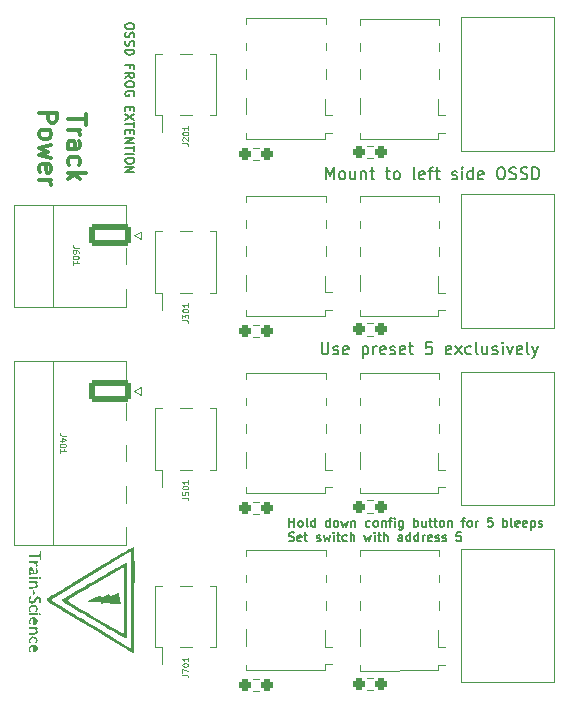
<source format=gbr>
%TF.GenerationSoftware,KiCad,Pcbnew,8.0.8*%
%TF.CreationDate,2025-02-08T13:09:18+01:00*%
%TF.ProjectId,Mk2-relayExtension,4d6b322d-7265-46c6-9179-457874656e73,rev?*%
%TF.SameCoordinates,Original*%
%TF.FileFunction,Legend,Top*%
%TF.FilePolarity,Positive*%
%FSLAX46Y46*%
G04 Gerber Fmt 4.6, Leading zero omitted, Abs format (unit mm)*
G04 Created by KiCad (PCBNEW 8.0.8) date 2025-02-08 13:09:18*
%MOMM*%
%LPD*%
G01*
G04 APERTURE LIST*
G04 Aperture macros list*
%AMRoundRect*
0 Rectangle with rounded corners*
0 $1 Rounding radius*
0 $2 $3 $4 $5 $6 $7 $8 $9 X,Y pos of 4 corners*
0 Add a 4 corners polygon primitive as box body*
4,1,4,$2,$3,$4,$5,$6,$7,$8,$9,$2,$3,0*
0 Add four circle primitives for the rounded corners*
1,1,$1+$1,$2,$3*
1,1,$1+$1,$4,$5*
1,1,$1+$1,$6,$7*
1,1,$1+$1,$8,$9*
0 Add four rect primitives between the rounded corners*
20,1,$1+$1,$2,$3,$4,$5,0*
20,1,$1+$1,$4,$5,$6,$7,0*
20,1,$1+$1,$6,$7,$8,$9,0*
20,1,$1+$1,$8,$9,$2,$3,0*%
G04 Aperture macros list end*
%ADD10C,0.150000*%
%ADD11C,0.300000*%
%ADD12C,0.075000*%
%ADD13C,0.000000*%
%ADD14C,0.120000*%
%ADD15C,0.100000*%
%ADD16R,1.800000X0.800000*%
%ADD17C,2.200000*%
%ADD18RoundRect,0.237500X-0.250000X-0.237500X0.250000X-0.237500X0.250000X0.237500X-0.250000X0.237500X0*%
%ADD19R,1.000000X3.150000*%
%ADD20RoundRect,0.250000X-1.550000X0.650000X-1.550000X-0.650000X1.550000X-0.650000X1.550000X0.650000X0*%
%ADD21O,3.600000X1.800000*%
%ADD22C,3.200000*%
G04 APERTURE END LIST*
D10*
X220114255Y-120993956D02*
X220114255Y-120243956D01*
X220114255Y-120601099D02*
X220542826Y-120601099D01*
X220542826Y-120993956D02*
X220542826Y-120243956D01*
X221007112Y-120993956D02*
X220935683Y-120958242D01*
X220935683Y-120958242D02*
X220899969Y-120922527D01*
X220899969Y-120922527D02*
X220864255Y-120851099D01*
X220864255Y-120851099D02*
X220864255Y-120636813D01*
X220864255Y-120636813D02*
X220899969Y-120565384D01*
X220899969Y-120565384D02*
X220935683Y-120529670D01*
X220935683Y-120529670D02*
X221007112Y-120493956D01*
X221007112Y-120493956D02*
X221114255Y-120493956D01*
X221114255Y-120493956D02*
X221185683Y-120529670D01*
X221185683Y-120529670D02*
X221221398Y-120565384D01*
X221221398Y-120565384D02*
X221257112Y-120636813D01*
X221257112Y-120636813D02*
X221257112Y-120851099D01*
X221257112Y-120851099D02*
X221221398Y-120922527D01*
X221221398Y-120922527D02*
X221185683Y-120958242D01*
X221185683Y-120958242D02*
X221114255Y-120993956D01*
X221114255Y-120993956D02*
X221007112Y-120993956D01*
X221685683Y-120993956D02*
X221614254Y-120958242D01*
X221614254Y-120958242D02*
X221578540Y-120886813D01*
X221578540Y-120886813D02*
X221578540Y-120243956D01*
X222292826Y-120993956D02*
X222292826Y-120243956D01*
X222292826Y-120958242D02*
X222221397Y-120993956D01*
X222221397Y-120993956D02*
X222078540Y-120993956D01*
X222078540Y-120993956D02*
X222007111Y-120958242D01*
X222007111Y-120958242D02*
X221971397Y-120922527D01*
X221971397Y-120922527D02*
X221935683Y-120851099D01*
X221935683Y-120851099D02*
X221935683Y-120636813D01*
X221935683Y-120636813D02*
X221971397Y-120565384D01*
X221971397Y-120565384D02*
X222007111Y-120529670D01*
X222007111Y-120529670D02*
X222078540Y-120493956D01*
X222078540Y-120493956D02*
X222221397Y-120493956D01*
X222221397Y-120493956D02*
X222292826Y-120529670D01*
X223542826Y-120993956D02*
X223542826Y-120243956D01*
X223542826Y-120958242D02*
X223471397Y-120993956D01*
X223471397Y-120993956D02*
X223328540Y-120993956D01*
X223328540Y-120993956D02*
X223257111Y-120958242D01*
X223257111Y-120958242D02*
X223221397Y-120922527D01*
X223221397Y-120922527D02*
X223185683Y-120851099D01*
X223185683Y-120851099D02*
X223185683Y-120636813D01*
X223185683Y-120636813D02*
X223221397Y-120565384D01*
X223221397Y-120565384D02*
X223257111Y-120529670D01*
X223257111Y-120529670D02*
X223328540Y-120493956D01*
X223328540Y-120493956D02*
X223471397Y-120493956D01*
X223471397Y-120493956D02*
X223542826Y-120529670D01*
X224007111Y-120993956D02*
X223935682Y-120958242D01*
X223935682Y-120958242D02*
X223899968Y-120922527D01*
X223899968Y-120922527D02*
X223864254Y-120851099D01*
X223864254Y-120851099D02*
X223864254Y-120636813D01*
X223864254Y-120636813D02*
X223899968Y-120565384D01*
X223899968Y-120565384D02*
X223935682Y-120529670D01*
X223935682Y-120529670D02*
X224007111Y-120493956D01*
X224007111Y-120493956D02*
X224114254Y-120493956D01*
X224114254Y-120493956D02*
X224185682Y-120529670D01*
X224185682Y-120529670D02*
X224221397Y-120565384D01*
X224221397Y-120565384D02*
X224257111Y-120636813D01*
X224257111Y-120636813D02*
X224257111Y-120851099D01*
X224257111Y-120851099D02*
X224221397Y-120922527D01*
X224221397Y-120922527D02*
X224185682Y-120958242D01*
X224185682Y-120958242D02*
X224114254Y-120993956D01*
X224114254Y-120993956D02*
X224007111Y-120993956D01*
X224507110Y-120493956D02*
X224649968Y-120993956D01*
X224649968Y-120993956D02*
X224792825Y-120636813D01*
X224792825Y-120636813D02*
X224935682Y-120993956D01*
X224935682Y-120993956D02*
X225078539Y-120493956D01*
X225364253Y-120493956D02*
X225364253Y-120993956D01*
X225364253Y-120565384D02*
X225399967Y-120529670D01*
X225399967Y-120529670D02*
X225471396Y-120493956D01*
X225471396Y-120493956D02*
X225578539Y-120493956D01*
X225578539Y-120493956D02*
X225649967Y-120529670D01*
X225649967Y-120529670D02*
X225685682Y-120601099D01*
X225685682Y-120601099D02*
X225685682Y-120993956D01*
X226935682Y-120958242D02*
X226864253Y-120993956D01*
X226864253Y-120993956D02*
X226721396Y-120993956D01*
X226721396Y-120993956D02*
X226649967Y-120958242D01*
X226649967Y-120958242D02*
X226614253Y-120922527D01*
X226614253Y-120922527D02*
X226578539Y-120851099D01*
X226578539Y-120851099D02*
X226578539Y-120636813D01*
X226578539Y-120636813D02*
X226614253Y-120565384D01*
X226614253Y-120565384D02*
X226649967Y-120529670D01*
X226649967Y-120529670D02*
X226721396Y-120493956D01*
X226721396Y-120493956D02*
X226864253Y-120493956D01*
X226864253Y-120493956D02*
X226935682Y-120529670D01*
X227364253Y-120993956D02*
X227292824Y-120958242D01*
X227292824Y-120958242D02*
X227257110Y-120922527D01*
X227257110Y-120922527D02*
X227221396Y-120851099D01*
X227221396Y-120851099D02*
X227221396Y-120636813D01*
X227221396Y-120636813D02*
X227257110Y-120565384D01*
X227257110Y-120565384D02*
X227292824Y-120529670D01*
X227292824Y-120529670D02*
X227364253Y-120493956D01*
X227364253Y-120493956D02*
X227471396Y-120493956D01*
X227471396Y-120493956D02*
X227542824Y-120529670D01*
X227542824Y-120529670D02*
X227578539Y-120565384D01*
X227578539Y-120565384D02*
X227614253Y-120636813D01*
X227614253Y-120636813D02*
X227614253Y-120851099D01*
X227614253Y-120851099D02*
X227578539Y-120922527D01*
X227578539Y-120922527D02*
X227542824Y-120958242D01*
X227542824Y-120958242D02*
X227471396Y-120993956D01*
X227471396Y-120993956D02*
X227364253Y-120993956D01*
X227935681Y-120493956D02*
X227935681Y-120993956D01*
X227935681Y-120565384D02*
X227971395Y-120529670D01*
X227971395Y-120529670D02*
X228042824Y-120493956D01*
X228042824Y-120493956D02*
X228149967Y-120493956D01*
X228149967Y-120493956D02*
X228221395Y-120529670D01*
X228221395Y-120529670D02*
X228257110Y-120601099D01*
X228257110Y-120601099D02*
X228257110Y-120993956D01*
X228507109Y-120493956D02*
X228792823Y-120493956D01*
X228614252Y-120993956D02*
X228614252Y-120351099D01*
X228614252Y-120351099D02*
X228649966Y-120279670D01*
X228649966Y-120279670D02*
X228721395Y-120243956D01*
X228721395Y-120243956D02*
X228792823Y-120243956D01*
X229042823Y-120993956D02*
X229042823Y-120493956D01*
X229042823Y-120243956D02*
X229007109Y-120279670D01*
X229007109Y-120279670D02*
X229042823Y-120315384D01*
X229042823Y-120315384D02*
X229078537Y-120279670D01*
X229078537Y-120279670D02*
X229042823Y-120243956D01*
X229042823Y-120243956D02*
X229042823Y-120315384D01*
X229721395Y-120493956D02*
X229721395Y-121101099D01*
X229721395Y-121101099D02*
X229685680Y-121172527D01*
X229685680Y-121172527D02*
X229649966Y-121208242D01*
X229649966Y-121208242D02*
X229578537Y-121243956D01*
X229578537Y-121243956D02*
X229471395Y-121243956D01*
X229471395Y-121243956D02*
X229399966Y-121208242D01*
X229721395Y-120958242D02*
X229649966Y-120993956D01*
X229649966Y-120993956D02*
X229507109Y-120993956D01*
X229507109Y-120993956D02*
X229435680Y-120958242D01*
X229435680Y-120958242D02*
X229399966Y-120922527D01*
X229399966Y-120922527D02*
X229364252Y-120851099D01*
X229364252Y-120851099D02*
X229364252Y-120636813D01*
X229364252Y-120636813D02*
X229399966Y-120565384D01*
X229399966Y-120565384D02*
X229435680Y-120529670D01*
X229435680Y-120529670D02*
X229507109Y-120493956D01*
X229507109Y-120493956D02*
X229649966Y-120493956D01*
X229649966Y-120493956D02*
X229721395Y-120529670D01*
X230649966Y-120993956D02*
X230649966Y-120243956D01*
X230649966Y-120529670D02*
X230721395Y-120493956D01*
X230721395Y-120493956D02*
X230864252Y-120493956D01*
X230864252Y-120493956D02*
X230935680Y-120529670D01*
X230935680Y-120529670D02*
X230971395Y-120565384D01*
X230971395Y-120565384D02*
X231007109Y-120636813D01*
X231007109Y-120636813D02*
X231007109Y-120851099D01*
X231007109Y-120851099D02*
X230971395Y-120922527D01*
X230971395Y-120922527D02*
X230935680Y-120958242D01*
X230935680Y-120958242D02*
X230864252Y-120993956D01*
X230864252Y-120993956D02*
X230721395Y-120993956D01*
X230721395Y-120993956D02*
X230649966Y-120958242D01*
X231649966Y-120493956D02*
X231649966Y-120993956D01*
X231328537Y-120493956D02*
X231328537Y-120886813D01*
X231328537Y-120886813D02*
X231364251Y-120958242D01*
X231364251Y-120958242D02*
X231435680Y-120993956D01*
X231435680Y-120993956D02*
X231542823Y-120993956D01*
X231542823Y-120993956D02*
X231614251Y-120958242D01*
X231614251Y-120958242D02*
X231649966Y-120922527D01*
X231899965Y-120493956D02*
X232185679Y-120493956D01*
X232007108Y-120243956D02*
X232007108Y-120886813D01*
X232007108Y-120886813D02*
X232042822Y-120958242D01*
X232042822Y-120958242D02*
X232114251Y-120993956D01*
X232114251Y-120993956D02*
X232185679Y-120993956D01*
X232328536Y-120493956D02*
X232614250Y-120493956D01*
X232435679Y-120243956D02*
X232435679Y-120886813D01*
X232435679Y-120886813D02*
X232471393Y-120958242D01*
X232471393Y-120958242D02*
X232542822Y-120993956D01*
X232542822Y-120993956D02*
X232614250Y-120993956D01*
X232971393Y-120993956D02*
X232899964Y-120958242D01*
X232899964Y-120958242D02*
X232864250Y-120922527D01*
X232864250Y-120922527D02*
X232828536Y-120851099D01*
X232828536Y-120851099D02*
X232828536Y-120636813D01*
X232828536Y-120636813D02*
X232864250Y-120565384D01*
X232864250Y-120565384D02*
X232899964Y-120529670D01*
X232899964Y-120529670D02*
X232971393Y-120493956D01*
X232971393Y-120493956D02*
X233078536Y-120493956D01*
X233078536Y-120493956D02*
X233149964Y-120529670D01*
X233149964Y-120529670D02*
X233185679Y-120565384D01*
X233185679Y-120565384D02*
X233221393Y-120636813D01*
X233221393Y-120636813D02*
X233221393Y-120851099D01*
X233221393Y-120851099D02*
X233185679Y-120922527D01*
X233185679Y-120922527D02*
X233149964Y-120958242D01*
X233149964Y-120958242D02*
X233078536Y-120993956D01*
X233078536Y-120993956D02*
X232971393Y-120993956D01*
X233542821Y-120493956D02*
X233542821Y-120993956D01*
X233542821Y-120565384D02*
X233578535Y-120529670D01*
X233578535Y-120529670D02*
X233649964Y-120493956D01*
X233649964Y-120493956D02*
X233757107Y-120493956D01*
X233757107Y-120493956D02*
X233828535Y-120529670D01*
X233828535Y-120529670D02*
X233864250Y-120601099D01*
X233864250Y-120601099D02*
X233864250Y-120993956D01*
X234685678Y-120493956D02*
X234971392Y-120493956D01*
X234792821Y-120993956D02*
X234792821Y-120351099D01*
X234792821Y-120351099D02*
X234828535Y-120279670D01*
X234828535Y-120279670D02*
X234899964Y-120243956D01*
X234899964Y-120243956D02*
X234971392Y-120243956D01*
X235328535Y-120993956D02*
X235257106Y-120958242D01*
X235257106Y-120958242D02*
X235221392Y-120922527D01*
X235221392Y-120922527D02*
X235185678Y-120851099D01*
X235185678Y-120851099D02*
X235185678Y-120636813D01*
X235185678Y-120636813D02*
X235221392Y-120565384D01*
X235221392Y-120565384D02*
X235257106Y-120529670D01*
X235257106Y-120529670D02*
X235328535Y-120493956D01*
X235328535Y-120493956D02*
X235435678Y-120493956D01*
X235435678Y-120493956D02*
X235507106Y-120529670D01*
X235507106Y-120529670D02*
X235542821Y-120565384D01*
X235542821Y-120565384D02*
X235578535Y-120636813D01*
X235578535Y-120636813D02*
X235578535Y-120851099D01*
X235578535Y-120851099D02*
X235542821Y-120922527D01*
X235542821Y-120922527D02*
X235507106Y-120958242D01*
X235507106Y-120958242D02*
X235435678Y-120993956D01*
X235435678Y-120993956D02*
X235328535Y-120993956D01*
X235899963Y-120993956D02*
X235899963Y-120493956D01*
X235899963Y-120636813D02*
X235935677Y-120565384D01*
X235935677Y-120565384D02*
X235971392Y-120529670D01*
X235971392Y-120529670D02*
X236042820Y-120493956D01*
X236042820Y-120493956D02*
X236114249Y-120493956D01*
X237292821Y-120243956D02*
X236935678Y-120243956D01*
X236935678Y-120243956D02*
X236899964Y-120601099D01*
X236899964Y-120601099D02*
X236935678Y-120565384D01*
X236935678Y-120565384D02*
X237007107Y-120529670D01*
X237007107Y-120529670D02*
X237185678Y-120529670D01*
X237185678Y-120529670D02*
X237257107Y-120565384D01*
X237257107Y-120565384D02*
X237292821Y-120601099D01*
X237292821Y-120601099D02*
X237328535Y-120672527D01*
X237328535Y-120672527D02*
X237328535Y-120851099D01*
X237328535Y-120851099D02*
X237292821Y-120922527D01*
X237292821Y-120922527D02*
X237257107Y-120958242D01*
X237257107Y-120958242D02*
X237185678Y-120993956D01*
X237185678Y-120993956D02*
X237007107Y-120993956D01*
X237007107Y-120993956D02*
X236935678Y-120958242D01*
X236935678Y-120958242D02*
X236899964Y-120922527D01*
X238221393Y-120993956D02*
X238221393Y-120243956D01*
X238221393Y-120529670D02*
X238292822Y-120493956D01*
X238292822Y-120493956D02*
X238435679Y-120493956D01*
X238435679Y-120493956D02*
X238507107Y-120529670D01*
X238507107Y-120529670D02*
X238542822Y-120565384D01*
X238542822Y-120565384D02*
X238578536Y-120636813D01*
X238578536Y-120636813D02*
X238578536Y-120851099D01*
X238578536Y-120851099D02*
X238542822Y-120922527D01*
X238542822Y-120922527D02*
X238507107Y-120958242D01*
X238507107Y-120958242D02*
X238435679Y-120993956D01*
X238435679Y-120993956D02*
X238292822Y-120993956D01*
X238292822Y-120993956D02*
X238221393Y-120958242D01*
X239007107Y-120993956D02*
X238935678Y-120958242D01*
X238935678Y-120958242D02*
X238899964Y-120886813D01*
X238899964Y-120886813D02*
X238899964Y-120243956D01*
X239578535Y-120958242D02*
X239507107Y-120993956D01*
X239507107Y-120993956D02*
X239364250Y-120993956D01*
X239364250Y-120993956D02*
X239292821Y-120958242D01*
X239292821Y-120958242D02*
X239257107Y-120886813D01*
X239257107Y-120886813D02*
X239257107Y-120601099D01*
X239257107Y-120601099D02*
X239292821Y-120529670D01*
X239292821Y-120529670D02*
X239364250Y-120493956D01*
X239364250Y-120493956D02*
X239507107Y-120493956D01*
X239507107Y-120493956D02*
X239578535Y-120529670D01*
X239578535Y-120529670D02*
X239614250Y-120601099D01*
X239614250Y-120601099D02*
X239614250Y-120672527D01*
X239614250Y-120672527D02*
X239257107Y-120743956D01*
X240221392Y-120958242D02*
X240149964Y-120993956D01*
X240149964Y-120993956D02*
X240007107Y-120993956D01*
X240007107Y-120993956D02*
X239935678Y-120958242D01*
X239935678Y-120958242D02*
X239899964Y-120886813D01*
X239899964Y-120886813D02*
X239899964Y-120601099D01*
X239899964Y-120601099D02*
X239935678Y-120529670D01*
X239935678Y-120529670D02*
X240007107Y-120493956D01*
X240007107Y-120493956D02*
X240149964Y-120493956D01*
X240149964Y-120493956D02*
X240221392Y-120529670D01*
X240221392Y-120529670D02*
X240257107Y-120601099D01*
X240257107Y-120601099D02*
X240257107Y-120672527D01*
X240257107Y-120672527D02*
X239899964Y-120743956D01*
X240578535Y-120493956D02*
X240578535Y-121243956D01*
X240578535Y-120529670D02*
X240649964Y-120493956D01*
X240649964Y-120493956D02*
X240792821Y-120493956D01*
X240792821Y-120493956D02*
X240864249Y-120529670D01*
X240864249Y-120529670D02*
X240899964Y-120565384D01*
X240899964Y-120565384D02*
X240935678Y-120636813D01*
X240935678Y-120636813D02*
X240935678Y-120851099D01*
X240935678Y-120851099D02*
X240899964Y-120922527D01*
X240899964Y-120922527D02*
X240864249Y-120958242D01*
X240864249Y-120958242D02*
X240792821Y-120993956D01*
X240792821Y-120993956D02*
X240649964Y-120993956D01*
X240649964Y-120993956D02*
X240578535Y-120958242D01*
X241221392Y-120958242D02*
X241292820Y-120993956D01*
X241292820Y-120993956D02*
X241435677Y-120993956D01*
X241435677Y-120993956D02*
X241507106Y-120958242D01*
X241507106Y-120958242D02*
X241542820Y-120886813D01*
X241542820Y-120886813D02*
X241542820Y-120851099D01*
X241542820Y-120851099D02*
X241507106Y-120779670D01*
X241507106Y-120779670D02*
X241435677Y-120743956D01*
X241435677Y-120743956D02*
X241328535Y-120743956D01*
X241328535Y-120743956D02*
X241257106Y-120708242D01*
X241257106Y-120708242D02*
X241221392Y-120636813D01*
X241221392Y-120636813D02*
X241221392Y-120601099D01*
X241221392Y-120601099D02*
X241257106Y-120529670D01*
X241257106Y-120529670D02*
X241328535Y-120493956D01*
X241328535Y-120493956D02*
X241435677Y-120493956D01*
X241435677Y-120493956D02*
X241507106Y-120529670D01*
X220078541Y-122165700D02*
X220185684Y-122201414D01*
X220185684Y-122201414D02*
X220364255Y-122201414D01*
X220364255Y-122201414D02*
X220435684Y-122165700D01*
X220435684Y-122165700D02*
X220471398Y-122129985D01*
X220471398Y-122129985D02*
X220507112Y-122058557D01*
X220507112Y-122058557D02*
X220507112Y-121987128D01*
X220507112Y-121987128D02*
X220471398Y-121915700D01*
X220471398Y-121915700D02*
X220435684Y-121879985D01*
X220435684Y-121879985D02*
X220364255Y-121844271D01*
X220364255Y-121844271D02*
X220221398Y-121808557D01*
X220221398Y-121808557D02*
X220149969Y-121772842D01*
X220149969Y-121772842D02*
X220114255Y-121737128D01*
X220114255Y-121737128D02*
X220078541Y-121665700D01*
X220078541Y-121665700D02*
X220078541Y-121594271D01*
X220078541Y-121594271D02*
X220114255Y-121522842D01*
X220114255Y-121522842D02*
X220149969Y-121487128D01*
X220149969Y-121487128D02*
X220221398Y-121451414D01*
X220221398Y-121451414D02*
X220399969Y-121451414D01*
X220399969Y-121451414D02*
X220507112Y-121487128D01*
X221114255Y-122165700D02*
X221042827Y-122201414D01*
X221042827Y-122201414D02*
X220899970Y-122201414D01*
X220899970Y-122201414D02*
X220828541Y-122165700D01*
X220828541Y-122165700D02*
X220792827Y-122094271D01*
X220792827Y-122094271D02*
X220792827Y-121808557D01*
X220792827Y-121808557D02*
X220828541Y-121737128D01*
X220828541Y-121737128D02*
X220899970Y-121701414D01*
X220899970Y-121701414D02*
X221042827Y-121701414D01*
X221042827Y-121701414D02*
X221114255Y-121737128D01*
X221114255Y-121737128D02*
X221149970Y-121808557D01*
X221149970Y-121808557D02*
X221149970Y-121879985D01*
X221149970Y-121879985D02*
X220792827Y-121951414D01*
X221364255Y-121701414D02*
X221649969Y-121701414D01*
X221471398Y-121451414D02*
X221471398Y-122094271D01*
X221471398Y-122094271D02*
X221507112Y-122165700D01*
X221507112Y-122165700D02*
X221578541Y-122201414D01*
X221578541Y-122201414D02*
X221649969Y-122201414D01*
X222435684Y-122165700D02*
X222507112Y-122201414D01*
X222507112Y-122201414D02*
X222649969Y-122201414D01*
X222649969Y-122201414D02*
X222721398Y-122165700D01*
X222721398Y-122165700D02*
X222757112Y-122094271D01*
X222757112Y-122094271D02*
X222757112Y-122058557D01*
X222757112Y-122058557D02*
X222721398Y-121987128D01*
X222721398Y-121987128D02*
X222649969Y-121951414D01*
X222649969Y-121951414D02*
X222542827Y-121951414D01*
X222542827Y-121951414D02*
X222471398Y-121915700D01*
X222471398Y-121915700D02*
X222435684Y-121844271D01*
X222435684Y-121844271D02*
X222435684Y-121808557D01*
X222435684Y-121808557D02*
X222471398Y-121737128D01*
X222471398Y-121737128D02*
X222542827Y-121701414D01*
X222542827Y-121701414D02*
X222649969Y-121701414D01*
X222649969Y-121701414D02*
X222721398Y-121737128D01*
X223007112Y-121701414D02*
X223149970Y-122201414D01*
X223149970Y-122201414D02*
X223292827Y-121844271D01*
X223292827Y-121844271D02*
X223435684Y-122201414D01*
X223435684Y-122201414D02*
X223578541Y-121701414D01*
X223864255Y-122201414D02*
X223864255Y-121701414D01*
X223864255Y-121451414D02*
X223828541Y-121487128D01*
X223828541Y-121487128D02*
X223864255Y-121522842D01*
X223864255Y-121522842D02*
X223899969Y-121487128D01*
X223899969Y-121487128D02*
X223864255Y-121451414D01*
X223864255Y-121451414D02*
X223864255Y-121522842D01*
X224114255Y-121701414D02*
X224399969Y-121701414D01*
X224221398Y-121451414D02*
X224221398Y-122094271D01*
X224221398Y-122094271D02*
X224257112Y-122165700D01*
X224257112Y-122165700D02*
X224328541Y-122201414D01*
X224328541Y-122201414D02*
X224399969Y-122201414D01*
X224971398Y-122165700D02*
X224899969Y-122201414D01*
X224899969Y-122201414D02*
X224757112Y-122201414D01*
X224757112Y-122201414D02*
X224685683Y-122165700D01*
X224685683Y-122165700D02*
X224649969Y-122129985D01*
X224649969Y-122129985D02*
X224614255Y-122058557D01*
X224614255Y-122058557D02*
X224614255Y-121844271D01*
X224614255Y-121844271D02*
X224649969Y-121772842D01*
X224649969Y-121772842D02*
X224685683Y-121737128D01*
X224685683Y-121737128D02*
X224757112Y-121701414D01*
X224757112Y-121701414D02*
X224899969Y-121701414D01*
X224899969Y-121701414D02*
X224971398Y-121737128D01*
X225292826Y-122201414D02*
X225292826Y-121451414D01*
X225614255Y-122201414D02*
X225614255Y-121808557D01*
X225614255Y-121808557D02*
X225578540Y-121737128D01*
X225578540Y-121737128D02*
X225507112Y-121701414D01*
X225507112Y-121701414D02*
X225399969Y-121701414D01*
X225399969Y-121701414D02*
X225328540Y-121737128D01*
X225328540Y-121737128D02*
X225292826Y-121772842D01*
X226471397Y-121701414D02*
X226614255Y-122201414D01*
X226614255Y-122201414D02*
X226757112Y-121844271D01*
X226757112Y-121844271D02*
X226899969Y-122201414D01*
X226899969Y-122201414D02*
X227042826Y-121701414D01*
X227328540Y-122201414D02*
X227328540Y-121701414D01*
X227328540Y-121451414D02*
X227292826Y-121487128D01*
X227292826Y-121487128D02*
X227328540Y-121522842D01*
X227328540Y-121522842D02*
X227364254Y-121487128D01*
X227364254Y-121487128D02*
X227328540Y-121451414D01*
X227328540Y-121451414D02*
X227328540Y-121522842D01*
X227578540Y-121701414D02*
X227864254Y-121701414D01*
X227685683Y-121451414D02*
X227685683Y-122094271D01*
X227685683Y-122094271D02*
X227721397Y-122165700D01*
X227721397Y-122165700D02*
X227792826Y-122201414D01*
X227792826Y-122201414D02*
X227864254Y-122201414D01*
X228114254Y-122201414D02*
X228114254Y-121451414D01*
X228435683Y-122201414D02*
X228435683Y-121808557D01*
X228435683Y-121808557D02*
X228399968Y-121737128D01*
X228399968Y-121737128D02*
X228328540Y-121701414D01*
X228328540Y-121701414D02*
X228221397Y-121701414D01*
X228221397Y-121701414D02*
X228149968Y-121737128D01*
X228149968Y-121737128D02*
X228114254Y-121772842D01*
X229685683Y-122201414D02*
X229685683Y-121808557D01*
X229685683Y-121808557D02*
X229649968Y-121737128D01*
X229649968Y-121737128D02*
X229578540Y-121701414D01*
X229578540Y-121701414D02*
X229435683Y-121701414D01*
X229435683Y-121701414D02*
X229364254Y-121737128D01*
X229685683Y-122165700D02*
X229614254Y-122201414D01*
X229614254Y-122201414D02*
X229435683Y-122201414D01*
X229435683Y-122201414D02*
X229364254Y-122165700D01*
X229364254Y-122165700D02*
X229328540Y-122094271D01*
X229328540Y-122094271D02*
X229328540Y-122022842D01*
X229328540Y-122022842D02*
X229364254Y-121951414D01*
X229364254Y-121951414D02*
X229435683Y-121915700D01*
X229435683Y-121915700D02*
X229614254Y-121915700D01*
X229614254Y-121915700D02*
X229685683Y-121879985D01*
X230364254Y-122201414D02*
X230364254Y-121451414D01*
X230364254Y-122165700D02*
X230292825Y-122201414D01*
X230292825Y-122201414D02*
X230149968Y-122201414D01*
X230149968Y-122201414D02*
X230078539Y-122165700D01*
X230078539Y-122165700D02*
X230042825Y-122129985D01*
X230042825Y-122129985D02*
X230007111Y-122058557D01*
X230007111Y-122058557D02*
X230007111Y-121844271D01*
X230007111Y-121844271D02*
X230042825Y-121772842D01*
X230042825Y-121772842D02*
X230078539Y-121737128D01*
X230078539Y-121737128D02*
X230149968Y-121701414D01*
X230149968Y-121701414D02*
X230292825Y-121701414D01*
X230292825Y-121701414D02*
X230364254Y-121737128D01*
X231042825Y-122201414D02*
X231042825Y-121451414D01*
X231042825Y-122165700D02*
X230971396Y-122201414D01*
X230971396Y-122201414D02*
X230828539Y-122201414D01*
X230828539Y-122201414D02*
X230757110Y-122165700D01*
X230757110Y-122165700D02*
X230721396Y-122129985D01*
X230721396Y-122129985D02*
X230685682Y-122058557D01*
X230685682Y-122058557D02*
X230685682Y-121844271D01*
X230685682Y-121844271D02*
X230721396Y-121772842D01*
X230721396Y-121772842D02*
X230757110Y-121737128D01*
X230757110Y-121737128D02*
X230828539Y-121701414D01*
X230828539Y-121701414D02*
X230971396Y-121701414D01*
X230971396Y-121701414D02*
X231042825Y-121737128D01*
X231399967Y-122201414D02*
X231399967Y-121701414D01*
X231399967Y-121844271D02*
X231435681Y-121772842D01*
X231435681Y-121772842D02*
X231471396Y-121737128D01*
X231471396Y-121737128D02*
X231542824Y-121701414D01*
X231542824Y-121701414D02*
X231614253Y-121701414D01*
X232149967Y-122165700D02*
X232078539Y-122201414D01*
X232078539Y-122201414D02*
X231935682Y-122201414D01*
X231935682Y-122201414D02*
X231864253Y-122165700D01*
X231864253Y-122165700D02*
X231828539Y-122094271D01*
X231828539Y-122094271D02*
X231828539Y-121808557D01*
X231828539Y-121808557D02*
X231864253Y-121737128D01*
X231864253Y-121737128D02*
X231935682Y-121701414D01*
X231935682Y-121701414D02*
X232078539Y-121701414D01*
X232078539Y-121701414D02*
X232149967Y-121737128D01*
X232149967Y-121737128D02*
X232185682Y-121808557D01*
X232185682Y-121808557D02*
X232185682Y-121879985D01*
X232185682Y-121879985D02*
X231828539Y-121951414D01*
X232471396Y-122165700D02*
X232542824Y-122201414D01*
X232542824Y-122201414D02*
X232685681Y-122201414D01*
X232685681Y-122201414D02*
X232757110Y-122165700D01*
X232757110Y-122165700D02*
X232792824Y-122094271D01*
X232792824Y-122094271D02*
X232792824Y-122058557D01*
X232792824Y-122058557D02*
X232757110Y-121987128D01*
X232757110Y-121987128D02*
X232685681Y-121951414D01*
X232685681Y-121951414D02*
X232578539Y-121951414D01*
X232578539Y-121951414D02*
X232507110Y-121915700D01*
X232507110Y-121915700D02*
X232471396Y-121844271D01*
X232471396Y-121844271D02*
X232471396Y-121808557D01*
X232471396Y-121808557D02*
X232507110Y-121737128D01*
X232507110Y-121737128D02*
X232578539Y-121701414D01*
X232578539Y-121701414D02*
X232685681Y-121701414D01*
X232685681Y-121701414D02*
X232757110Y-121737128D01*
X233078539Y-122165700D02*
X233149967Y-122201414D01*
X233149967Y-122201414D02*
X233292824Y-122201414D01*
X233292824Y-122201414D02*
X233364253Y-122165700D01*
X233364253Y-122165700D02*
X233399967Y-122094271D01*
X233399967Y-122094271D02*
X233399967Y-122058557D01*
X233399967Y-122058557D02*
X233364253Y-121987128D01*
X233364253Y-121987128D02*
X233292824Y-121951414D01*
X233292824Y-121951414D02*
X233185682Y-121951414D01*
X233185682Y-121951414D02*
X233114253Y-121915700D01*
X233114253Y-121915700D02*
X233078539Y-121844271D01*
X233078539Y-121844271D02*
X233078539Y-121808557D01*
X233078539Y-121808557D02*
X233114253Y-121737128D01*
X233114253Y-121737128D02*
X233185682Y-121701414D01*
X233185682Y-121701414D02*
X233292824Y-121701414D01*
X233292824Y-121701414D02*
X233364253Y-121737128D01*
X234649968Y-121451414D02*
X234292825Y-121451414D01*
X234292825Y-121451414D02*
X234257111Y-121808557D01*
X234257111Y-121808557D02*
X234292825Y-121772842D01*
X234292825Y-121772842D02*
X234364254Y-121737128D01*
X234364254Y-121737128D02*
X234542825Y-121737128D01*
X234542825Y-121737128D02*
X234614254Y-121772842D01*
X234614254Y-121772842D02*
X234649968Y-121808557D01*
X234649968Y-121808557D02*
X234685682Y-121879985D01*
X234685682Y-121879985D02*
X234685682Y-122058557D01*
X234685682Y-122058557D02*
X234649968Y-122129985D01*
X234649968Y-122129985D02*
X234614254Y-122165700D01*
X234614254Y-122165700D02*
X234542825Y-122201414D01*
X234542825Y-122201414D02*
X234364254Y-122201414D01*
X234364254Y-122201414D02*
X234292825Y-122165700D01*
X234292825Y-122165700D02*
X234257111Y-122129985D01*
X222836779Y-105369819D02*
X222836779Y-106179342D01*
X222836779Y-106179342D02*
X222884398Y-106274580D01*
X222884398Y-106274580D02*
X222932017Y-106322200D01*
X222932017Y-106322200D02*
X223027255Y-106369819D01*
X223027255Y-106369819D02*
X223217731Y-106369819D01*
X223217731Y-106369819D02*
X223312969Y-106322200D01*
X223312969Y-106322200D02*
X223360588Y-106274580D01*
X223360588Y-106274580D02*
X223408207Y-106179342D01*
X223408207Y-106179342D02*
X223408207Y-105369819D01*
X223836779Y-106322200D02*
X223932017Y-106369819D01*
X223932017Y-106369819D02*
X224122493Y-106369819D01*
X224122493Y-106369819D02*
X224217731Y-106322200D01*
X224217731Y-106322200D02*
X224265350Y-106226961D01*
X224265350Y-106226961D02*
X224265350Y-106179342D01*
X224265350Y-106179342D02*
X224217731Y-106084104D01*
X224217731Y-106084104D02*
X224122493Y-106036485D01*
X224122493Y-106036485D02*
X223979636Y-106036485D01*
X223979636Y-106036485D02*
X223884398Y-105988866D01*
X223884398Y-105988866D02*
X223836779Y-105893628D01*
X223836779Y-105893628D02*
X223836779Y-105846009D01*
X223836779Y-105846009D02*
X223884398Y-105750771D01*
X223884398Y-105750771D02*
X223979636Y-105703152D01*
X223979636Y-105703152D02*
X224122493Y-105703152D01*
X224122493Y-105703152D02*
X224217731Y-105750771D01*
X225074874Y-106322200D02*
X224979636Y-106369819D01*
X224979636Y-106369819D02*
X224789160Y-106369819D01*
X224789160Y-106369819D02*
X224693922Y-106322200D01*
X224693922Y-106322200D02*
X224646303Y-106226961D01*
X224646303Y-106226961D02*
X224646303Y-105846009D01*
X224646303Y-105846009D02*
X224693922Y-105750771D01*
X224693922Y-105750771D02*
X224789160Y-105703152D01*
X224789160Y-105703152D02*
X224979636Y-105703152D01*
X224979636Y-105703152D02*
X225074874Y-105750771D01*
X225074874Y-105750771D02*
X225122493Y-105846009D01*
X225122493Y-105846009D02*
X225122493Y-105941247D01*
X225122493Y-105941247D02*
X224646303Y-106036485D01*
X226312970Y-105703152D02*
X226312970Y-106703152D01*
X226312970Y-105750771D02*
X226408208Y-105703152D01*
X226408208Y-105703152D02*
X226598684Y-105703152D01*
X226598684Y-105703152D02*
X226693922Y-105750771D01*
X226693922Y-105750771D02*
X226741541Y-105798390D01*
X226741541Y-105798390D02*
X226789160Y-105893628D01*
X226789160Y-105893628D02*
X226789160Y-106179342D01*
X226789160Y-106179342D02*
X226741541Y-106274580D01*
X226741541Y-106274580D02*
X226693922Y-106322200D01*
X226693922Y-106322200D02*
X226598684Y-106369819D01*
X226598684Y-106369819D02*
X226408208Y-106369819D01*
X226408208Y-106369819D02*
X226312970Y-106322200D01*
X227217732Y-106369819D02*
X227217732Y-105703152D01*
X227217732Y-105893628D02*
X227265351Y-105798390D01*
X227265351Y-105798390D02*
X227312970Y-105750771D01*
X227312970Y-105750771D02*
X227408208Y-105703152D01*
X227408208Y-105703152D02*
X227503446Y-105703152D01*
X228217732Y-106322200D02*
X228122494Y-106369819D01*
X228122494Y-106369819D02*
X227932018Y-106369819D01*
X227932018Y-106369819D02*
X227836780Y-106322200D01*
X227836780Y-106322200D02*
X227789161Y-106226961D01*
X227789161Y-106226961D02*
X227789161Y-105846009D01*
X227789161Y-105846009D02*
X227836780Y-105750771D01*
X227836780Y-105750771D02*
X227932018Y-105703152D01*
X227932018Y-105703152D02*
X228122494Y-105703152D01*
X228122494Y-105703152D02*
X228217732Y-105750771D01*
X228217732Y-105750771D02*
X228265351Y-105846009D01*
X228265351Y-105846009D02*
X228265351Y-105941247D01*
X228265351Y-105941247D02*
X227789161Y-106036485D01*
X228646304Y-106322200D02*
X228741542Y-106369819D01*
X228741542Y-106369819D02*
X228932018Y-106369819D01*
X228932018Y-106369819D02*
X229027256Y-106322200D01*
X229027256Y-106322200D02*
X229074875Y-106226961D01*
X229074875Y-106226961D02*
X229074875Y-106179342D01*
X229074875Y-106179342D02*
X229027256Y-106084104D01*
X229027256Y-106084104D02*
X228932018Y-106036485D01*
X228932018Y-106036485D02*
X228789161Y-106036485D01*
X228789161Y-106036485D02*
X228693923Y-105988866D01*
X228693923Y-105988866D02*
X228646304Y-105893628D01*
X228646304Y-105893628D02*
X228646304Y-105846009D01*
X228646304Y-105846009D02*
X228693923Y-105750771D01*
X228693923Y-105750771D02*
X228789161Y-105703152D01*
X228789161Y-105703152D02*
X228932018Y-105703152D01*
X228932018Y-105703152D02*
X229027256Y-105750771D01*
X229884399Y-106322200D02*
X229789161Y-106369819D01*
X229789161Y-106369819D02*
X229598685Y-106369819D01*
X229598685Y-106369819D02*
X229503447Y-106322200D01*
X229503447Y-106322200D02*
X229455828Y-106226961D01*
X229455828Y-106226961D02*
X229455828Y-105846009D01*
X229455828Y-105846009D02*
X229503447Y-105750771D01*
X229503447Y-105750771D02*
X229598685Y-105703152D01*
X229598685Y-105703152D02*
X229789161Y-105703152D01*
X229789161Y-105703152D02*
X229884399Y-105750771D01*
X229884399Y-105750771D02*
X229932018Y-105846009D01*
X229932018Y-105846009D02*
X229932018Y-105941247D01*
X229932018Y-105941247D02*
X229455828Y-106036485D01*
X230217733Y-105703152D02*
X230598685Y-105703152D01*
X230360590Y-105369819D02*
X230360590Y-106226961D01*
X230360590Y-106226961D02*
X230408209Y-106322200D01*
X230408209Y-106322200D02*
X230503447Y-106369819D01*
X230503447Y-106369819D02*
X230598685Y-106369819D01*
X232170114Y-105369819D02*
X231693924Y-105369819D01*
X231693924Y-105369819D02*
X231646305Y-105846009D01*
X231646305Y-105846009D02*
X231693924Y-105798390D01*
X231693924Y-105798390D02*
X231789162Y-105750771D01*
X231789162Y-105750771D02*
X232027257Y-105750771D01*
X232027257Y-105750771D02*
X232122495Y-105798390D01*
X232122495Y-105798390D02*
X232170114Y-105846009D01*
X232170114Y-105846009D02*
X232217733Y-105941247D01*
X232217733Y-105941247D02*
X232217733Y-106179342D01*
X232217733Y-106179342D02*
X232170114Y-106274580D01*
X232170114Y-106274580D02*
X232122495Y-106322200D01*
X232122495Y-106322200D02*
X232027257Y-106369819D01*
X232027257Y-106369819D02*
X231789162Y-106369819D01*
X231789162Y-106369819D02*
X231693924Y-106322200D01*
X231693924Y-106322200D02*
X231646305Y-106274580D01*
X233789162Y-106322200D02*
X233693924Y-106369819D01*
X233693924Y-106369819D02*
X233503448Y-106369819D01*
X233503448Y-106369819D02*
X233408210Y-106322200D01*
X233408210Y-106322200D02*
X233360591Y-106226961D01*
X233360591Y-106226961D02*
X233360591Y-105846009D01*
X233360591Y-105846009D02*
X233408210Y-105750771D01*
X233408210Y-105750771D02*
X233503448Y-105703152D01*
X233503448Y-105703152D02*
X233693924Y-105703152D01*
X233693924Y-105703152D02*
X233789162Y-105750771D01*
X233789162Y-105750771D02*
X233836781Y-105846009D01*
X233836781Y-105846009D02*
X233836781Y-105941247D01*
X233836781Y-105941247D02*
X233360591Y-106036485D01*
X234170115Y-106369819D02*
X234693924Y-105703152D01*
X234170115Y-105703152D02*
X234693924Y-106369819D01*
X235503448Y-106322200D02*
X235408210Y-106369819D01*
X235408210Y-106369819D02*
X235217734Y-106369819D01*
X235217734Y-106369819D02*
X235122496Y-106322200D01*
X235122496Y-106322200D02*
X235074877Y-106274580D01*
X235074877Y-106274580D02*
X235027258Y-106179342D01*
X235027258Y-106179342D02*
X235027258Y-105893628D01*
X235027258Y-105893628D02*
X235074877Y-105798390D01*
X235074877Y-105798390D02*
X235122496Y-105750771D01*
X235122496Y-105750771D02*
X235217734Y-105703152D01*
X235217734Y-105703152D02*
X235408210Y-105703152D01*
X235408210Y-105703152D02*
X235503448Y-105750771D01*
X236074877Y-106369819D02*
X235979639Y-106322200D01*
X235979639Y-106322200D02*
X235932020Y-106226961D01*
X235932020Y-106226961D02*
X235932020Y-105369819D01*
X236884401Y-105703152D02*
X236884401Y-106369819D01*
X236455830Y-105703152D02*
X236455830Y-106226961D01*
X236455830Y-106226961D02*
X236503449Y-106322200D01*
X236503449Y-106322200D02*
X236598687Y-106369819D01*
X236598687Y-106369819D02*
X236741544Y-106369819D01*
X236741544Y-106369819D02*
X236836782Y-106322200D01*
X236836782Y-106322200D02*
X236884401Y-106274580D01*
X237312973Y-106322200D02*
X237408211Y-106369819D01*
X237408211Y-106369819D02*
X237598687Y-106369819D01*
X237598687Y-106369819D02*
X237693925Y-106322200D01*
X237693925Y-106322200D02*
X237741544Y-106226961D01*
X237741544Y-106226961D02*
X237741544Y-106179342D01*
X237741544Y-106179342D02*
X237693925Y-106084104D01*
X237693925Y-106084104D02*
X237598687Y-106036485D01*
X237598687Y-106036485D02*
X237455830Y-106036485D01*
X237455830Y-106036485D02*
X237360592Y-105988866D01*
X237360592Y-105988866D02*
X237312973Y-105893628D01*
X237312973Y-105893628D02*
X237312973Y-105846009D01*
X237312973Y-105846009D02*
X237360592Y-105750771D01*
X237360592Y-105750771D02*
X237455830Y-105703152D01*
X237455830Y-105703152D02*
X237598687Y-105703152D01*
X237598687Y-105703152D02*
X237693925Y-105750771D01*
X238170116Y-106369819D02*
X238170116Y-105703152D01*
X238170116Y-105369819D02*
X238122497Y-105417438D01*
X238122497Y-105417438D02*
X238170116Y-105465057D01*
X238170116Y-105465057D02*
X238217735Y-105417438D01*
X238217735Y-105417438D02*
X238170116Y-105369819D01*
X238170116Y-105369819D02*
X238170116Y-105465057D01*
X238551068Y-105703152D02*
X238789163Y-106369819D01*
X238789163Y-106369819D02*
X239027258Y-105703152D01*
X239789163Y-106322200D02*
X239693925Y-106369819D01*
X239693925Y-106369819D02*
X239503449Y-106369819D01*
X239503449Y-106369819D02*
X239408211Y-106322200D01*
X239408211Y-106322200D02*
X239360592Y-106226961D01*
X239360592Y-106226961D02*
X239360592Y-105846009D01*
X239360592Y-105846009D02*
X239408211Y-105750771D01*
X239408211Y-105750771D02*
X239503449Y-105703152D01*
X239503449Y-105703152D02*
X239693925Y-105703152D01*
X239693925Y-105703152D02*
X239789163Y-105750771D01*
X239789163Y-105750771D02*
X239836782Y-105846009D01*
X239836782Y-105846009D02*
X239836782Y-105941247D01*
X239836782Y-105941247D02*
X239360592Y-106036485D01*
X240408211Y-106369819D02*
X240312973Y-106322200D01*
X240312973Y-106322200D02*
X240265354Y-106226961D01*
X240265354Y-106226961D02*
X240265354Y-105369819D01*
X240693926Y-105703152D02*
X240932021Y-106369819D01*
X241170116Y-105703152D02*
X240932021Y-106369819D01*
X240932021Y-106369819D02*
X240836783Y-106607914D01*
X240836783Y-106607914D02*
X240789164Y-106655533D01*
X240789164Y-106655533D02*
X240693926Y-106703152D01*
X223221779Y-91563819D02*
X223221779Y-90563819D01*
X223221779Y-90563819D02*
X223555112Y-91278104D01*
X223555112Y-91278104D02*
X223888445Y-90563819D01*
X223888445Y-90563819D02*
X223888445Y-91563819D01*
X224507493Y-91563819D02*
X224412255Y-91516200D01*
X224412255Y-91516200D02*
X224364636Y-91468580D01*
X224364636Y-91468580D02*
X224317017Y-91373342D01*
X224317017Y-91373342D02*
X224317017Y-91087628D01*
X224317017Y-91087628D02*
X224364636Y-90992390D01*
X224364636Y-90992390D02*
X224412255Y-90944771D01*
X224412255Y-90944771D02*
X224507493Y-90897152D01*
X224507493Y-90897152D02*
X224650350Y-90897152D01*
X224650350Y-90897152D02*
X224745588Y-90944771D01*
X224745588Y-90944771D02*
X224793207Y-90992390D01*
X224793207Y-90992390D02*
X224840826Y-91087628D01*
X224840826Y-91087628D02*
X224840826Y-91373342D01*
X224840826Y-91373342D02*
X224793207Y-91468580D01*
X224793207Y-91468580D02*
X224745588Y-91516200D01*
X224745588Y-91516200D02*
X224650350Y-91563819D01*
X224650350Y-91563819D02*
X224507493Y-91563819D01*
X225697969Y-90897152D02*
X225697969Y-91563819D01*
X225269398Y-90897152D02*
X225269398Y-91420961D01*
X225269398Y-91420961D02*
X225317017Y-91516200D01*
X225317017Y-91516200D02*
X225412255Y-91563819D01*
X225412255Y-91563819D02*
X225555112Y-91563819D01*
X225555112Y-91563819D02*
X225650350Y-91516200D01*
X225650350Y-91516200D02*
X225697969Y-91468580D01*
X226174160Y-90897152D02*
X226174160Y-91563819D01*
X226174160Y-90992390D02*
X226221779Y-90944771D01*
X226221779Y-90944771D02*
X226317017Y-90897152D01*
X226317017Y-90897152D02*
X226459874Y-90897152D01*
X226459874Y-90897152D02*
X226555112Y-90944771D01*
X226555112Y-90944771D02*
X226602731Y-91040009D01*
X226602731Y-91040009D02*
X226602731Y-91563819D01*
X226936065Y-90897152D02*
X227317017Y-90897152D01*
X227078922Y-90563819D02*
X227078922Y-91420961D01*
X227078922Y-91420961D02*
X227126541Y-91516200D01*
X227126541Y-91516200D02*
X227221779Y-91563819D01*
X227221779Y-91563819D02*
X227317017Y-91563819D01*
X228269399Y-90897152D02*
X228650351Y-90897152D01*
X228412256Y-90563819D02*
X228412256Y-91420961D01*
X228412256Y-91420961D02*
X228459875Y-91516200D01*
X228459875Y-91516200D02*
X228555113Y-91563819D01*
X228555113Y-91563819D02*
X228650351Y-91563819D01*
X229126542Y-91563819D02*
X229031304Y-91516200D01*
X229031304Y-91516200D02*
X228983685Y-91468580D01*
X228983685Y-91468580D02*
X228936066Y-91373342D01*
X228936066Y-91373342D02*
X228936066Y-91087628D01*
X228936066Y-91087628D02*
X228983685Y-90992390D01*
X228983685Y-90992390D02*
X229031304Y-90944771D01*
X229031304Y-90944771D02*
X229126542Y-90897152D01*
X229126542Y-90897152D02*
X229269399Y-90897152D01*
X229269399Y-90897152D02*
X229364637Y-90944771D01*
X229364637Y-90944771D02*
X229412256Y-90992390D01*
X229412256Y-90992390D02*
X229459875Y-91087628D01*
X229459875Y-91087628D02*
X229459875Y-91373342D01*
X229459875Y-91373342D02*
X229412256Y-91468580D01*
X229412256Y-91468580D02*
X229364637Y-91516200D01*
X229364637Y-91516200D02*
X229269399Y-91563819D01*
X229269399Y-91563819D02*
X229126542Y-91563819D01*
X230793209Y-91563819D02*
X230697971Y-91516200D01*
X230697971Y-91516200D02*
X230650352Y-91420961D01*
X230650352Y-91420961D02*
X230650352Y-90563819D01*
X231555114Y-91516200D02*
X231459876Y-91563819D01*
X231459876Y-91563819D02*
X231269400Y-91563819D01*
X231269400Y-91563819D02*
X231174162Y-91516200D01*
X231174162Y-91516200D02*
X231126543Y-91420961D01*
X231126543Y-91420961D02*
X231126543Y-91040009D01*
X231126543Y-91040009D02*
X231174162Y-90944771D01*
X231174162Y-90944771D02*
X231269400Y-90897152D01*
X231269400Y-90897152D02*
X231459876Y-90897152D01*
X231459876Y-90897152D02*
X231555114Y-90944771D01*
X231555114Y-90944771D02*
X231602733Y-91040009D01*
X231602733Y-91040009D02*
X231602733Y-91135247D01*
X231602733Y-91135247D02*
X231126543Y-91230485D01*
X231888448Y-90897152D02*
X232269400Y-90897152D01*
X232031305Y-91563819D02*
X232031305Y-90706676D01*
X232031305Y-90706676D02*
X232078924Y-90611438D01*
X232078924Y-90611438D02*
X232174162Y-90563819D01*
X232174162Y-90563819D02*
X232269400Y-90563819D01*
X232459877Y-90897152D02*
X232840829Y-90897152D01*
X232602734Y-90563819D02*
X232602734Y-91420961D01*
X232602734Y-91420961D02*
X232650353Y-91516200D01*
X232650353Y-91516200D02*
X232745591Y-91563819D01*
X232745591Y-91563819D02*
X232840829Y-91563819D01*
X233888449Y-91516200D02*
X233983687Y-91563819D01*
X233983687Y-91563819D02*
X234174163Y-91563819D01*
X234174163Y-91563819D02*
X234269401Y-91516200D01*
X234269401Y-91516200D02*
X234317020Y-91420961D01*
X234317020Y-91420961D02*
X234317020Y-91373342D01*
X234317020Y-91373342D02*
X234269401Y-91278104D01*
X234269401Y-91278104D02*
X234174163Y-91230485D01*
X234174163Y-91230485D02*
X234031306Y-91230485D01*
X234031306Y-91230485D02*
X233936068Y-91182866D01*
X233936068Y-91182866D02*
X233888449Y-91087628D01*
X233888449Y-91087628D02*
X233888449Y-91040009D01*
X233888449Y-91040009D02*
X233936068Y-90944771D01*
X233936068Y-90944771D02*
X234031306Y-90897152D01*
X234031306Y-90897152D02*
X234174163Y-90897152D01*
X234174163Y-90897152D02*
X234269401Y-90944771D01*
X234745592Y-91563819D02*
X234745592Y-90897152D01*
X234745592Y-90563819D02*
X234697973Y-90611438D01*
X234697973Y-90611438D02*
X234745592Y-90659057D01*
X234745592Y-90659057D02*
X234793211Y-90611438D01*
X234793211Y-90611438D02*
X234745592Y-90563819D01*
X234745592Y-90563819D02*
X234745592Y-90659057D01*
X235650353Y-91563819D02*
X235650353Y-90563819D01*
X235650353Y-91516200D02*
X235555115Y-91563819D01*
X235555115Y-91563819D02*
X235364639Y-91563819D01*
X235364639Y-91563819D02*
X235269401Y-91516200D01*
X235269401Y-91516200D02*
X235221782Y-91468580D01*
X235221782Y-91468580D02*
X235174163Y-91373342D01*
X235174163Y-91373342D02*
X235174163Y-91087628D01*
X235174163Y-91087628D02*
X235221782Y-90992390D01*
X235221782Y-90992390D02*
X235269401Y-90944771D01*
X235269401Y-90944771D02*
X235364639Y-90897152D01*
X235364639Y-90897152D02*
X235555115Y-90897152D01*
X235555115Y-90897152D02*
X235650353Y-90944771D01*
X236507496Y-91516200D02*
X236412258Y-91563819D01*
X236412258Y-91563819D02*
X236221782Y-91563819D01*
X236221782Y-91563819D02*
X236126544Y-91516200D01*
X236126544Y-91516200D02*
X236078925Y-91420961D01*
X236078925Y-91420961D02*
X236078925Y-91040009D01*
X236078925Y-91040009D02*
X236126544Y-90944771D01*
X236126544Y-90944771D02*
X236221782Y-90897152D01*
X236221782Y-90897152D02*
X236412258Y-90897152D01*
X236412258Y-90897152D02*
X236507496Y-90944771D01*
X236507496Y-90944771D02*
X236555115Y-91040009D01*
X236555115Y-91040009D02*
X236555115Y-91135247D01*
X236555115Y-91135247D02*
X236078925Y-91230485D01*
X237936068Y-90563819D02*
X238126544Y-90563819D01*
X238126544Y-90563819D02*
X238221782Y-90611438D01*
X238221782Y-90611438D02*
X238317020Y-90706676D01*
X238317020Y-90706676D02*
X238364639Y-90897152D01*
X238364639Y-90897152D02*
X238364639Y-91230485D01*
X238364639Y-91230485D02*
X238317020Y-91420961D01*
X238317020Y-91420961D02*
X238221782Y-91516200D01*
X238221782Y-91516200D02*
X238126544Y-91563819D01*
X238126544Y-91563819D02*
X237936068Y-91563819D01*
X237936068Y-91563819D02*
X237840830Y-91516200D01*
X237840830Y-91516200D02*
X237745592Y-91420961D01*
X237745592Y-91420961D02*
X237697973Y-91230485D01*
X237697973Y-91230485D02*
X237697973Y-90897152D01*
X237697973Y-90897152D02*
X237745592Y-90706676D01*
X237745592Y-90706676D02*
X237840830Y-90611438D01*
X237840830Y-90611438D02*
X237936068Y-90563819D01*
X238745592Y-91516200D02*
X238888449Y-91563819D01*
X238888449Y-91563819D02*
X239126544Y-91563819D01*
X239126544Y-91563819D02*
X239221782Y-91516200D01*
X239221782Y-91516200D02*
X239269401Y-91468580D01*
X239269401Y-91468580D02*
X239317020Y-91373342D01*
X239317020Y-91373342D02*
X239317020Y-91278104D01*
X239317020Y-91278104D02*
X239269401Y-91182866D01*
X239269401Y-91182866D02*
X239221782Y-91135247D01*
X239221782Y-91135247D02*
X239126544Y-91087628D01*
X239126544Y-91087628D02*
X238936068Y-91040009D01*
X238936068Y-91040009D02*
X238840830Y-90992390D01*
X238840830Y-90992390D02*
X238793211Y-90944771D01*
X238793211Y-90944771D02*
X238745592Y-90849533D01*
X238745592Y-90849533D02*
X238745592Y-90754295D01*
X238745592Y-90754295D02*
X238793211Y-90659057D01*
X238793211Y-90659057D02*
X238840830Y-90611438D01*
X238840830Y-90611438D02*
X238936068Y-90563819D01*
X238936068Y-90563819D02*
X239174163Y-90563819D01*
X239174163Y-90563819D02*
X239317020Y-90611438D01*
X239697973Y-91516200D02*
X239840830Y-91563819D01*
X239840830Y-91563819D02*
X240078925Y-91563819D01*
X240078925Y-91563819D02*
X240174163Y-91516200D01*
X240174163Y-91516200D02*
X240221782Y-91468580D01*
X240221782Y-91468580D02*
X240269401Y-91373342D01*
X240269401Y-91373342D02*
X240269401Y-91278104D01*
X240269401Y-91278104D02*
X240221782Y-91182866D01*
X240221782Y-91182866D02*
X240174163Y-91135247D01*
X240174163Y-91135247D02*
X240078925Y-91087628D01*
X240078925Y-91087628D02*
X239888449Y-91040009D01*
X239888449Y-91040009D02*
X239793211Y-90992390D01*
X239793211Y-90992390D02*
X239745592Y-90944771D01*
X239745592Y-90944771D02*
X239697973Y-90849533D01*
X239697973Y-90849533D02*
X239697973Y-90754295D01*
X239697973Y-90754295D02*
X239745592Y-90659057D01*
X239745592Y-90659057D02*
X239793211Y-90611438D01*
X239793211Y-90611438D02*
X239888449Y-90563819D01*
X239888449Y-90563819D02*
X240126544Y-90563819D01*
X240126544Y-90563819D02*
X240269401Y-90611438D01*
X240697973Y-91563819D02*
X240697973Y-90563819D01*
X240697973Y-90563819D02*
X240936068Y-90563819D01*
X240936068Y-90563819D02*
X241078925Y-90611438D01*
X241078925Y-90611438D02*
X241174163Y-90706676D01*
X241174163Y-90706676D02*
X241221782Y-90801914D01*
X241221782Y-90801914D02*
X241269401Y-90992390D01*
X241269401Y-90992390D02*
X241269401Y-91135247D01*
X241269401Y-91135247D02*
X241221782Y-91325723D01*
X241221782Y-91325723D02*
X241174163Y-91420961D01*
X241174163Y-91420961D02*
X241078925Y-91516200D01*
X241078925Y-91516200D02*
X240936068Y-91563819D01*
X240936068Y-91563819D02*
X240697973Y-91563819D01*
X206970585Y-78525112D02*
X206970585Y-78667969D01*
X206970585Y-78667969D02*
X206934871Y-78739398D01*
X206934871Y-78739398D02*
X206863442Y-78810826D01*
X206863442Y-78810826D02*
X206720585Y-78846541D01*
X206720585Y-78846541D02*
X206470585Y-78846541D01*
X206470585Y-78846541D02*
X206327728Y-78810826D01*
X206327728Y-78810826D02*
X206256300Y-78739398D01*
X206256300Y-78739398D02*
X206220585Y-78667969D01*
X206220585Y-78667969D02*
X206220585Y-78525112D01*
X206220585Y-78525112D02*
X206256300Y-78453684D01*
X206256300Y-78453684D02*
X206327728Y-78382255D01*
X206327728Y-78382255D02*
X206470585Y-78346541D01*
X206470585Y-78346541D02*
X206720585Y-78346541D01*
X206720585Y-78346541D02*
X206863442Y-78382255D01*
X206863442Y-78382255D02*
X206934871Y-78453684D01*
X206934871Y-78453684D02*
X206970585Y-78525112D01*
X206256300Y-79132255D02*
X206220585Y-79239398D01*
X206220585Y-79239398D02*
X206220585Y-79417969D01*
X206220585Y-79417969D02*
X206256300Y-79489398D01*
X206256300Y-79489398D02*
X206292014Y-79525112D01*
X206292014Y-79525112D02*
X206363442Y-79560826D01*
X206363442Y-79560826D02*
X206434871Y-79560826D01*
X206434871Y-79560826D02*
X206506300Y-79525112D01*
X206506300Y-79525112D02*
X206542014Y-79489398D01*
X206542014Y-79489398D02*
X206577728Y-79417969D01*
X206577728Y-79417969D02*
X206613442Y-79275112D01*
X206613442Y-79275112D02*
X206649157Y-79203683D01*
X206649157Y-79203683D02*
X206684871Y-79167969D01*
X206684871Y-79167969D02*
X206756300Y-79132255D01*
X206756300Y-79132255D02*
X206827728Y-79132255D01*
X206827728Y-79132255D02*
X206899157Y-79167969D01*
X206899157Y-79167969D02*
X206934871Y-79203683D01*
X206934871Y-79203683D02*
X206970585Y-79275112D01*
X206970585Y-79275112D02*
X206970585Y-79453683D01*
X206970585Y-79453683D02*
X206934871Y-79560826D01*
X206256300Y-79846541D02*
X206220585Y-79953684D01*
X206220585Y-79953684D02*
X206220585Y-80132255D01*
X206220585Y-80132255D02*
X206256300Y-80203684D01*
X206256300Y-80203684D02*
X206292014Y-80239398D01*
X206292014Y-80239398D02*
X206363442Y-80275112D01*
X206363442Y-80275112D02*
X206434871Y-80275112D01*
X206434871Y-80275112D02*
X206506300Y-80239398D01*
X206506300Y-80239398D02*
X206542014Y-80203684D01*
X206542014Y-80203684D02*
X206577728Y-80132255D01*
X206577728Y-80132255D02*
X206613442Y-79989398D01*
X206613442Y-79989398D02*
X206649157Y-79917969D01*
X206649157Y-79917969D02*
X206684871Y-79882255D01*
X206684871Y-79882255D02*
X206756300Y-79846541D01*
X206756300Y-79846541D02*
X206827728Y-79846541D01*
X206827728Y-79846541D02*
X206899157Y-79882255D01*
X206899157Y-79882255D02*
X206934871Y-79917969D01*
X206934871Y-79917969D02*
X206970585Y-79989398D01*
X206970585Y-79989398D02*
X206970585Y-80167969D01*
X206970585Y-80167969D02*
X206934871Y-80275112D01*
X206220585Y-80596541D02*
X206970585Y-80596541D01*
X206970585Y-80596541D02*
X206970585Y-80775112D01*
X206970585Y-80775112D02*
X206934871Y-80882255D01*
X206934871Y-80882255D02*
X206863442Y-80953684D01*
X206863442Y-80953684D02*
X206792014Y-80989398D01*
X206792014Y-80989398D02*
X206649157Y-81025112D01*
X206649157Y-81025112D02*
X206542014Y-81025112D01*
X206542014Y-81025112D02*
X206399157Y-80989398D01*
X206399157Y-80989398D02*
X206327728Y-80953684D01*
X206327728Y-80953684D02*
X206256300Y-80882255D01*
X206256300Y-80882255D02*
X206220585Y-80775112D01*
X206220585Y-80775112D02*
X206220585Y-80596541D01*
X206613442Y-82167970D02*
X206613442Y-81917970D01*
X206220585Y-81917970D02*
X206970585Y-81917970D01*
X206970585Y-81917970D02*
X206970585Y-82275113D01*
X206220585Y-82989398D02*
X206577728Y-82739398D01*
X206220585Y-82560827D02*
X206970585Y-82560827D01*
X206970585Y-82560827D02*
X206970585Y-82846541D01*
X206970585Y-82846541D02*
X206934871Y-82917970D01*
X206934871Y-82917970D02*
X206899157Y-82953684D01*
X206899157Y-82953684D02*
X206827728Y-82989398D01*
X206827728Y-82989398D02*
X206720585Y-82989398D01*
X206720585Y-82989398D02*
X206649157Y-82953684D01*
X206649157Y-82953684D02*
X206613442Y-82917970D01*
X206613442Y-82917970D02*
X206577728Y-82846541D01*
X206577728Y-82846541D02*
X206577728Y-82560827D01*
X206970585Y-83453684D02*
X206970585Y-83596541D01*
X206970585Y-83596541D02*
X206934871Y-83667970D01*
X206934871Y-83667970D02*
X206863442Y-83739398D01*
X206863442Y-83739398D02*
X206720585Y-83775113D01*
X206720585Y-83775113D02*
X206470585Y-83775113D01*
X206470585Y-83775113D02*
X206327728Y-83739398D01*
X206327728Y-83739398D02*
X206256300Y-83667970D01*
X206256300Y-83667970D02*
X206220585Y-83596541D01*
X206220585Y-83596541D02*
X206220585Y-83453684D01*
X206220585Y-83453684D02*
X206256300Y-83382256D01*
X206256300Y-83382256D02*
X206327728Y-83310827D01*
X206327728Y-83310827D02*
X206470585Y-83275113D01*
X206470585Y-83275113D02*
X206720585Y-83275113D01*
X206720585Y-83275113D02*
X206863442Y-83310827D01*
X206863442Y-83310827D02*
X206934871Y-83382256D01*
X206934871Y-83382256D02*
X206970585Y-83453684D01*
X206934871Y-84489398D02*
X206970585Y-84417970D01*
X206970585Y-84417970D02*
X206970585Y-84310827D01*
X206970585Y-84310827D02*
X206934871Y-84203684D01*
X206934871Y-84203684D02*
X206863442Y-84132255D01*
X206863442Y-84132255D02*
X206792014Y-84096541D01*
X206792014Y-84096541D02*
X206649157Y-84060827D01*
X206649157Y-84060827D02*
X206542014Y-84060827D01*
X206542014Y-84060827D02*
X206399157Y-84096541D01*
X206399157Y-84096541D02*
X206327728Y-84132255D01*
X206327728Y-84132255D02*
X206256300Y-84203684D01*
X206256300Y-84203684D02*
X206220585Y-84310827D01*
X206220585Y-84310827D02*
X206220585Y-84382255D01*
X206220585Y-84382255D02*
X206256300Y-84489398D01*
X206256300Y-84489398D02*
X206292014Y-84525112D01*
X206292014Y-84525112D02*
X206542014Y-84525112D01*
X206542014Y-84525112D02*
X206542014Y-84382255D01*
X206613442Y-85417970D02*
X206613442Y-85667970D01*
X206220585Y-85775113D02*
X206220585Y-85417970D01*
X206220585Y-85417970D02*
X206970585Y-85417970D01*
X206970585Y-85417970D02*
X206970585Y-85775113D01*
X206970585Y-86025112D02*
X206220585Y-86525112D01*
X206970585Y-86525112D02*
X206220585Y-86025112D01*
X206970585Y-86703684D02*
X206970585Y-87132256D01*
X206220585Y-86917970D02*
X206970585Y-86917970D01*
X206613442Y-87382256D02*
X206613442Y-87632256D01*
X206220585Y-87739399D02*
X206220585Y-87382256D01*
X206220585Y-87382256D02*
X206970585Y-87382256D01*
X206970585Y-87382256D02*
X206970585Y-87739399D01*
X206220585Y-88060827D02*
X206970585Y-88060827D01*
X206970585Y-88060827D02*
X206220585Y-88489398D01*
X206220585Y-88489398D02*
X206970585Y-88489398D01*
X206970585Y-88739398D02*
X206970585Y-89167970D01*
X206220585Y-88953684D02*
X206970585Y-88953684D01*
X206220585Y-89417970D02*
X206970585Y-89417970D01*
X206970585Y-89917970D02*
X206970585Y-90060827D01*
X206970585Y-90060827D02*
X206934871Y-90132256D01*
X206934871Y-90132256D02*
X206863442Y-90203684D01*
X206863442Y-90203684D02*
X206720585Y-90239399D01*
X206720585Y-90239399D02*
X206470585Y-90239399D01*
X206470585Y-90239399D02*
X206327728Y-90203684D01*
X206327728Y-90203684D02*
X206256300Y-90132256D01*
X206256300Y-90132256D02*
X206220585Y-90060827D01*
X206220585Y-90060827D02*
X206220585Y-89917970D01*
X206220585Y-89917970D02*
X206256300Y-89846542D01*
X206256300Y-89846542D02*
X206327728Y-89775113D01*
X206327728Y-89775113D02*
X206470585Y-89739399D01*
X206470585Y-89739399D02*
X206720585Y-89739399D01*
X206720585Y-89739399D02*
X206863442Y-89775113D01*
X206863442Y-89775113D02*
X206934871Y-89846542D01*
X206934871Y-89846542D02*
X206970585Y-89917970D01*
X206220585Y-90560827D02*
X206970585Y-90560827D01*
X206970585Y-90560827D02*
X206220585Y-90989398D01*
X206220585Y-90989398D02*
X206970585Y-90989398D01*
D11*
X202869087Y-86078572D02*
X202869087Y-86935715D01*
X201369087Y-86507143D02*
X202869087Y-86507143D01*
X201369087Y-87435714D02*
X202369087Y-87435714D01*
X202083373Y-87435714D02*
X202226230Y-87507143D01*
X202226230Y-87507143D02*
X202297658Y-87578572D01*
X202297658Y-87578572D02*
X202369087Y-87721429D01*
X202369087Y-87721429D02*
X202369087Y-87864286D01*
X201369087Y-89007143D02*
X202154801Y-89007143D01*
X202154801Y-89007143D02*
X202297658Y-88935714D01*
X202297658Y-88935714D02*
X202369087Y-88792857D01*
X202369087Y-88792857D02*
X202369087Y-88507143D01*
X202369087Y-88507143D02*
X202297658Y-88364285D01*
X201440516Y-89007143D02*
X201369087Y-88864285D01*
X201369087Y-88864285D02*
X201369087Y-88507143D01*
X201369087Y-88507143D02*
X201440516Y-88364285D01*
X201440516Y-88364285D02*
X201583373Y-88292857D01*
X201583373Y-88292857D02*
X201726230Y-88292857D01*
X201726230Y-88292857D02*
X201869087Y-88364285D01*
X201869087Y-88364285D02*
X201940516Y-88507143D01*
X201940516Y-88507143D02*
X201940516Y-88864285D01*
X201940516Y-88864285D02*
X202011944Y-89007143D01*
X201440516Y-90364286D02*
X201369087Y-90221428D01*
X201369087Y-90221428D02*
X201369087Y-89935714D01*
X201369087Y-89935714D02*
X201440516Y-89792857D01*
X201440516Y-89792857D02*
X201511944Y-89721428D01*
X201511944Y-89721428D02*
X201654801Y-89650000D01*
X201654801Y-89650000D02*
X202083373Y-89650000D01*
X202083373Y-89650000D02*
X202226230Y-89721428D01*
X202226230Y-89721428D02*
X202297658Y-89792857D01*
X202297658Y-89792857D02*
X202369087Y-89935714D01*
X202369087Y-89935714D02*
X202369087Y-90221428D01*
X202369087Y-90221428D02*
X202297658Y-90364286D01*
X201369087Y-91007142D02*
X202869087Y-91007142D01*
X201940516Y-91150000D02*
X201369087Y-91578571D01*
X202369087Y-91578571D02*
X201797658Y-91007142D01*
X198954171Y-85935714D02*
X200454171Y-85935714D01*
X200454171Y-85935714D02*
X200454171Y-86507143D01*
X200454171Y-86507143D02*
X200382742Y-86650000D01*
X200382742Y-86650000D02*
X200311314Y-86721429D01*
X200311314Y-86721429D02*
X200168457Y-86792857D01*
X200168457Y-86792857D02*
X199954171Y-86792857D01*
X199954171Y-86792857D02*
X199811314Y-86721429D01*
X199811314Y-86721429D02*
X199739885Y-86650000D01*
X199739885Y-86650000D02*
X199668457Y-86507143D01*
X199668457Y-86507143D02*
X199668457Y-85935714D01*
X198954171Y-87650000D02*
X199025600Y-87507143D01*
X199025600Y-87507143D02*
X199097028Y-87435714D01*
X199097028Y-87435714D02*
X199239885Y-87364286D01*
X199239885Y-87364286D02*
X199668457Y-87364286D01*
X199668457Y-87364286D02*
X199811314Y-87435714D01*
X199811314Y-87435714D02*
X199882742Y-87507143D01*
X199882742Y-87507143D02*
X199954171Y-87650000D01*
X199954171Y-87650000D02*
X199954171Y-87864286D01*
X199954171Y-87864286D02*
X199882742Y-88007143D01*
X199882742Y-88007143D02*
X199811314Y-88078572D01*
X199811314Y-88078572D02*
X199668457Y-88150000D01*
X199668457Y-88150000D02*
X199239885Y-88150000D01*
X199239885Y-88150000D02*
X199097028Y-88078572D01*
X199097028Y-88078572D02*
X199025600Y-88007143D01*
X199025600Y-88007143D02*
X198954171Y-87864286D01*
X198954171Y-87864286D02*
X198954171Y-87650000D01*
X199954171Y-88650000D02*
X198954171Y-88935715D01*
X198954171Y-88935715D02*
X199668457Y-89221429D01*
X199668457Y-89221429D02*
X198954171Y-89507143D01*
X198954171Y-89507143D02*
X199954171Y-89792857D01*
X199025600Y-90935715D02*
X198954171Y-90792858D01*
X198954171Y-90792858D02*
X198954171Y-90507144D01*
X198954171Y-90507144D02*
X199025600Y-90364286D01*
X199025600Y-90364286D02*
X199168457Y-90292858D01*
X199168457Y-90292858D02*
X199739885Y-90292858D01*
X199739885Y-90292858D02*
X199882742Y-90364286D01*
X199882742Y-90364286D02*
X199954171Y-90507144D01*
X199954171Y-90507144D02*
X199954171Y-90792858D01*
X199954171Y-90792858D02*
X199882742Y-90935715D01*
X199882742Y-90935715D02*
X199739885Y-91007144D01*
X199739885Y-91007144D02*
X199597028Y-91007144D01*
X199597028Y-91007144D02*
X199454171Y-90292858D01*
X198954171Y-91650000D02*
X199954171Y-91650000D01*
X199668457Y-91650000D02*
X199811314Y-91721429D01*
X199811314Y-91721429D02*
X199882742Y-91792858D01*
X199882742Y-91792858D02*
X199954171Y-91935715D01*
X199954171Y-91935715D02*
X199954171Y-92078572D01*
D12*
X211055409Y-133526856D02*
X211412552Y-133526856D01*
X211412552Y-133526856D02*
X211483980Y-133550665D01*
X211483980Y-133550665D02*
X211531600Y-133598284D01*
X211531600Y-133598284D02*
X211555409Y-133669713D01*
X211555409Y-133669713D02*
X211555409Y-133717332D01*
X211055409Y-133336380D02*
X211055409Y-133003047D01*
X211055409Y-133003047D02*
X211555409Y-133217332D01*
X211055409Y-132717333D02*
X211055409Y-132669714D01*
X211055409Y-132669714D02*
X211079219Y-132622095D01*
X211079219Y-132622095D02*
X211103028Y-132598285D01*
X211103028Y-132598285D02*
X211150647Y-132574476D01*
X211150647Y-132574476D02*
X211245885Y-132550666D01*
X211245885Y-132550666D02*
X211364933Y-132550666D01*
X211364933Y-132550666D02*
X211460171Y-132574476D01*
X211460171Y-132574476D02*
X211507790Y-132598285D01*
X211507790Y-132598285D02*
X211531600Y-132622095D01*
X211531600Y-132622095D02*
X211555409Y-132669714D01*
X211555409Y-132669714D02*
X211555409Y-132717333D01*
X211555409Y-132717333D02*
X211531600Y-132764952D01*
X211531600Y-132764952D02*
X211507790Y-132788761D01*
X211507790Y-132788761D02*
X211460171Y-132812571D01*
X211460171Y-132812571D02*
X211364933Y-132836380D01*
X211364933Y-132836380D02*
X211245885Y-132836380D01*
X211245885Y-132836380D02*
X211150647Y-132812571D01*
X211150647Y-132812571D02*
X211103028Y-132788761D01*
X211103028Y-132788761D02*
X211079219Y-132764952D01*
X211079219Y-132764952D02*
X211055409Y-132717333D01*
X211555409Y-132074476D02*
X211555409Y-132360190D01*
X211555409Y-132217333D02*
X211055409Y-132217333D01*
X211055409Y-132217333D02*
X211126838Y-132264952D01*
X211126838Y-132264952D02*
X211174457Y-132312571D01*
X211174457Y-132312571D02*
X211198266Y-132360190D01*
X201186590Y-113276143D02*
X200829447Y-113276143D01*
X200829447Y-113276143D02*
X200758019Y-113252334D01*
X200758019Y-113252334D02*
X200710400Y-113204715D01*
X200710400Y-113204715D02*
X200686590Y-113133286D01*
X200686590Y-113133286D02*
X200686590Y-113085667D01*
X201019923Y-113728524D02*
X200686590Y-113728524D01*
X201210400Y-113609476D02*
X200853257Y-113490429D01*
X200853257Y-113490429D02*
X200853257Y-113799952D01*
X201186590Y-114085666D02*
X201186590Y-114133285D01*
X201186590Y-114133285D02*
X201162780Y-114180904D01*
X201162780Y-114180904D02*
X201138971Y-114204714D01*
X201138971Y-114204714D02*
X201091352Y-114228523D01*
X201091352Y-114228523D02*
X200996114Y-114252333D01*
X200996114Y-114252333D02*
X200877066Y-114252333D01*
X200877066Y-114252333D02*
X200781828Y-114228523D01*
X200781828Y-114228523D02*
X200734209Y-114204714D01*
X200734209Y-114204714D02*
X200710400Y-114180904D01*
X200710400Y-114180904D02*
X200686590Y-114133285D01*
X200686590Y-114133285D02*
X200686590Y-114085666D01*
X200686590Y-114085666D02*
X200710400Y-114038047D01*
X200710400Y-114038047D02*
X200734209Y-114014238D01*
X200734209Y-114014238D02*
X200781828Y-113990428D01*
X200781828Y-113990428D02*
X200877066Y-113966619D01*
X200877066Y-113966619D02*
X200996114Y-113966619D01*
X200996114Y-113966619D02*
X201091352Y-113990428D01*
X201091352Y-113990428D02*
X201138971Y-114014238D01*
X201138971Y-114014238D02*
X201162780Y-114038047D01*
X201162780Y-114038047D02*
X201186590Y-114085666D01*
X200686590Y-114728523D02*
X200686590Y-114442809D01*
X200686590Y-114585666D02*
X201186590Y-114585666D01*
X201186590Y-114585666D02*
X201115161Y-114538047D01*
X201115161Y-114538047D02*
X201067542Y-114490428D01*
X201067542Y-114490428D02*
X201043733Y-114442809D01*
X202272590Y-97357143D02*
X201915447Y-97357143D01*
X201915447Y-97357143D02*
X201844019Y-97333334D01*
X201844019Y-97333334D02*
X201796400Y-97285715D01*
X201796400Y-97285715D02*
X201772590Y-97214286D01*
X201772590Y-97214286D02*
X201772590Y-97166667D01*
X202272590Y-97809524D02*
X202272590Y-97714286D01*
X202272590Y-97714286D02*
X202248780Y-97666667D01*
X202248780Y-97666667D02*
X202224971Y-97642857D01*
X202224971Y-97642857D02*
X202153542Y-97595238D01*
X202153542Y-97595238D02*
X202058304Y-97571429D01*
X202058304Y-97571429D02*
X201867828Y-97571429D01*
X201867828Y-97571429D02*
X201820209Y-97595238D01*
X201820209Y-97595238D02*
X201796400Y-97619048D01*
X201796400Y-97619048D02*
X201772590Y-97666667D01*
X201772590Y-97666667D02*
X201772590Y-97761905D01*
X201772590Y-97761905D02*
X201796400Y-97809524D01*
X201796400Y-97809524D02*
X201820209Y-97833333D01*
X201820209Y-97833333D02*
X201867828Y-97857143D01*
X201867828Y-97857143D02*
X201986876Y-97857143D01*
X201986876Y-97857143D02*
X202034495Y-97833333D01*
X202034495Y-97833333D02*
X202058304Y-97809524D01*
X202058304Y-97809524D02*
X202082114Y-97761905D01*
X202082114Y-97761905D02*
X202082114Y-97666667D01*
X202082114Y-97666667D02*
X202058304Y-97619048D01*
X202058304Y-97619048D02*
X202034495Y-97595238D01*
X202034495Y-97595238D02*
X201986876Y-97571429D01*
X202272590Y-98166666D02*
X202272590Y-98214285D01*
X202272590Y-98214285D02*
X202248780Y-98261904D01*
X202248780Y-98261904D02*
X202224971Y-98285714D01*
X202224971Y-98285714D02*
X202177352Y-98309523D01*
X202177352Y-98309523D02*
X202082114Y-98333333D01*
X202082114Y-98333333D02*
X201963066Y-98333333D01*
X201963066Y-98333333D02*
X201867828Y-98309523D01*
X201867828Y-98309523D02*
X201820209Y-98285714D01*
X201820209Y-98285714D02*
X201796400Y-98261904D01*
X201796400Y-98261904D02*
X201772590Y-98214285D01*
X201772590Y-98214285D02*
X201772590Y-98166666D01*
X201772590Y-98166666D02*
X201796400Y-98119047D01*
X201796400Y-98119047D02*
X201820209Y-98095238D01*
X201820209Y-98095238D02*
X201867828Y-98071428D01*
X201867828Y-98071428D02*
X201963066Y-98047619D01*
X201963066Y-98047619D02*
X202082114Y-98047619D01*
X202082114Y-98047619D02*
X202177352Y-98071428D01*
X202177352Y-98071428D02*
X202224971Y-98095238D01*
X202224971Y-98095238D02*
X202248780Y-98119047D01*
X202248780Y-98119047D02*
X202272590Y-98166666D01*
X201772590Y-98809523D02*
X201772590Y-98523809D01*
X201772590Y-98666666D02*
X202272590Y-98666666D01*
X202272590Y-98666666D02*
X202201161Y-98619047D01*
X202201161Y-98619047D02*
X202153542Y-98571428D01*
X202153542Y-98571428D02*
X202129733Y-98523809D01*
X211055409Y-118526856D02*
X211412552Y-118526856D01*
X211412552Y-118526856D02*
X211483980Y-118550665D01*
X211483980Y-118550665D02*
X211531600Y-118598284D01*
X211531600Y-118598284D02*
X211555409Y-118669713D01*
X211555409Y-118669713D02*
X211555409Y-118717332D01*
X211055409Y-118050666D02*
X211055409Y-118288761D01*
X211055409Y-118288761D02*
X211293504Y-118312570D01*
X211293504Y-118312570D02*
X211269695Y-118288761D01*
X211269695Y-118288761D02*
X211245885Y-118241142D01*
X211245885Y-118241142D02*
X211245885Y-118122094D01*
X211245885Y-118122094D02*
X211269695Y-118074475D01*
X211269695Y-118074475D02*
X211293504Y-118050666D01*
X211293504Y-118050666D02*
X211341123Y-118026856D01*
X211341123Y-118026856D02*
X211460171Y-118026856D01*
X211460171Y-118026856D02*
X211507790Y-118050666D01*
X211507790Y-118050666D02*
X211531600Y-118074475D01*
X211531600Y-118074475D02*
X211555409Y-118122094D01*
X211555409Y-118122094D02*
X211555409Y-118241142D01*
X211555409Y-118241142D02*
X211531600Y-118288761D01*
X211531600Y-118288761D02*
X211507790Y-118312570D01*
X211055409Y-117717333D02*
X211055409Y-117669714D01*
X211055409Y-117669714D02*
X211079219Y-117622095D01*
X211079219Y-117622095D02*
X211103028Y-117598285D01*
X211103028Y-117598285D02*
X211150647Y-117574476D01*
X211150647Y-117574476D02*
X211245885Y-117550666D01*
X211245885Y-117550666D02*
X211364933Y-117550666D01*
X211364933Y-117550666D02*
X211460171Y-117574476D01*
X211460171Y-117574476D02*
X211507790Y-117598285D01*
X211507790Y-117598285D02*
X211531600Y-117622095D01*
X211531600Y-117622095D02*
X211555409Y-117669714D01*
X211555409Y-117669714D02*
X211555409Y-117717333D01*
X211555409Y-117717333D02*
X211531600Y-117764952D01*
X211531600Y-117764952D02*
X211507790Y-117788761D01*
X211507790Y-117788761D02*
X211460171Y-117812571D01*
X211460171Y-117812571D02*
X211364933Y-117836380D01*
X211364933Y-117836380D02*
X211245885Y-117836380D01*
X211245885Y-117836380D02*
X211150647Y-117812571D01*
X211150647Y-117812571D02*
X211103028Y-117788761D01*
X211103028Y-117788761D02*
X211079219Y-117764952D01*
X211079219Y-117764952D02*
X211055409Y-117717333D01*
X211555409Y-117074476D02*
X211555409Y-117360190D01*
X211555409Y-117217333D02*
X211055409Y-117217333D01*
X211055409Y-117217333D02*
X211126838Y-117264952D01*
X211126838Y-117264952D02*
X211174457Y-117312571D01*
X211174457Y-117312571D02*
X211198266Y-117360190D01*
X211055409Y-88526856D02*
X211412552Y-88526856D01*
X211412552Y-88526856D02*
X211483980Y-88550665D01*
X211483980Y-88550665D02*
X211531600Y-88598284D01*
X211531600Y-88598284D02*
X211555409Y-88669713D01*
X211555409Y-88669713D02*
X211555409Y-88717332D01*
X211103028Y-88312570D02*
X211079219Y-88288761D01*
X211079219Y-88288761D02*
X211055409Y-88241142D01*
X211055409Y-88241142D02*
X211055409Y-88122094D01*
X211055409Y-88122094D02*
X211079219Y-88074475D01*
X211079219Y-88074475D02*
X211103028Y-88050666D01*
X211103028Y-88050666D02*
X211150647Y-88026856D01*
X211150647Y-88026856D02*
X211198266Y-88026856D01*
X211198266Y-88026856D02*
X211269695Y-88050666D01*
X211269695Y-88050666D02*
X211555409Y-88336380D01*
X211555409Y-88336380D02*
X211555409Y-88026856D01*
X211055409Y-87717333D02*
X211055409Y-87669714D01*
X211055409Y-87669714D02*
X211079219Y-87622095D01*
X211079219Y-87622095D02*
X211103028Y-87598285D01*
X211103028Y-87598285D02*
X211150647Y-87574476D01*
X211150647Y-87574476D02*
X211245885Y-87550666D01*
X211245885Y-87550666D02*
X211364933Y-87550666D01*
X211364933Y-87550666D02*
X211460171Y-87574476D01*
X211460171Y-87574476D02*
X211507790Y-87598285D01*
X211507790Y-87598285D02*
X211531600Y-87622095D01*
X211531600Y-87622095D02*
X211555409Y-87669714D01*
X211555409Y-87669714D02*
X211555409Y-87717333D01*
X211555409Y-87717333D02*
X211531600Y-87764952D01*
X211531600Y-87764952D02*
X211507790Y-87788761D01*
X211507790Y-87788761D02*
X211460171Y-87812571D01*
X211460171Y-87812571D02*
X211364933Y-87836380D01*
X211364933Y-87836380D02*
X211245885Y-87836380D01*
X211245885Y-87836380D02*
X211150647Y-87812571D01*
X211150647Y-87812571D02*
X211103028Y-87788761D01*
X211103028Y-87788761D02*
X211079219Y-87764952D01*
X211079219Y-87764952D02*
X211055409Y-87717333D01*
X211555409Y-87074476D02*
X211555409Y-87360190D01*
X211555409Y-87217333D02*
X211055409Y-87217333D01*
X211055409Y-87217333D02*
X211126838Y-87264952D01*
X211126838Y-87264952D02*
X211174457Y-87312571D01*
X211174457Y-87312571D02*
X211198266Y-87360190D01*
X211055409Y-103526856D02*
X211412552Y-103526856D01*
X211412552Y-103526856D02*
X211483980Y-103550665D01*
X211483980Y-103550665D02*
X211531600Y-103598284D01*
X211531600Y-103598284D02*
X211555409Y-103669713D01*
X211555409Y-103669713D02*
X211555409Y-103717332D01*
X211055409Y-103336380D02*
X211055409Y-103026856D01*
X211055409Y-103026856D02*
X211245885Y-103193523D01*
X211245885Y-103193523D02*
X211245885Y-103122094D01*
X211245885Y-103122094D02*
X211269695Y-103074475D01*
X211269695Y-103074475D02*
X211293504Y-103050666D01*
X211293504Y-103050666D02*
X211341123Y-103026856D01*
X211341123Y-103026856D02*
X211460171Y-103026856D01*
X211460171Y-103026856D02*
X211507790Y-103050666D01*
X211507790Y-103050666D02*
X211531600Y-103074475D01*
X211531600Y-103074475D02*
X211555409Y-103122094D01*
X211555409Y-103122094D02*
X211555409Y-103264951D01*
X211555409Y-103264951D02*
X211531600Y-103312570D01*
X211531600Y-103312570D02*
X211507790Y-103336380D01*
X211055409Y-102717333D02*
X211055409Y-102669714D01*
X211055409Y-102669714D02*
X211079219Y-102622095D01*
X211079219Y-102622095D02*
X211103028Y-102598285D01*
X211103028Y-102598285D02*
X211150647Y-102574476D01*
X211150647Y-102574476D02*
X211245885Y-102550666D01*
X211245885Y-102550666D02*
X211364933Y-102550666D01*
X211364933Y-102550666D02*
X211460171Y-102574476D01*
X211460171Y-102574476D02*
X211507790Y-102598285D01*
X211507790Y-102598285D02*
X211531600Y-102622095D01*
X211531600Y-102622095D02*
X211555409Y-102669714D01*
X211555409Y-102669714D02*
X211555409Y-102717333D01*
X211555409Y-102717333D02*
X211531600Y-102764952D01*
X211531600Y-102764952D02*
X211507790Y-102788761D01*
X211507790Y-102788761D02*
X211460171Y-102812571D01*
X211460171Y-102812571D02*
X211364933Y-102836380D01*
X211364933Y-102836380D02*
X211245885Y-102836380D01*
X211245885Y-102836380D02*
X211150647Y-102812571D01*
X211150647Y-102812571D02*
X211103028Y-102788761D01*
X211103028Y-102788761D02*
X211079219Y-102764952D01*
X211079219Y-102764952D02*
X211055409Y-102717333D01*
X211555409Y-102074476D02*
X211555409Y-102360190D01*
X211555409Y-102217333D02*
X211055409Y-102217333D01*
X211055409Y-102217333D02*
X211126838Y-102264952D01*
X211126838Y-102264952D02*
X211174457Y-102312571D01*
X211174457Y-102312571D02*
X211198266Y-102360190D01*
D13*
%TO.C,G\u002A\u002A\u002A*%
G36*
X198800231Y-128477321D02*
G01*
X198059800Y-128477321D01*
X198059800Y-128316357D01*
X198800231Y-128316357D01*
X198800231Y-128477321D01*
G37*
G36*
X198800231Y-125386826D02*
G01*
X198059800Y-125386826D01*
X198059800Y-125225863D01*
X198800231Y-125225863D01*
X198800231Y-125386826D01*
G37*
G36*
X199001435Y-128322167D02*
G01*
X199059639Y-128353438D01*
X199085286Y-128409683D01*
X199072435Y-128465443D01*
X199040472Y-128489424D01*
X198970752Y-128495537D01*
X198934700Y-128446998D01*
X198929001Y-128392700D01*
X198940041Y-128333454D01*
X198984214Y-128320286D01*
X199001435Y-128322167D01*
G37*
G36*
X199001435Y-125231672D02*
G01*
X199059639Y-125262943D01*
X199085286Y-125319189D01*
X199072435Y-125374949D01*
X199040472Y-125398930D01*
X198970752Y-125405043D01*
X198934700Y-125356503D01*
X198929001Y-125302206D01*
X198940041Y-125242960D01*
X198984214Y-125229792D01*
X199001435Y-125231672D01*
G37*
G36*
X198504081Y-126380597D02*
G01*
X198531155Y-126451303D01*
X198542401Y-126544825D01*
X198537400Y-126641263D01*
X198515734Y-126720717D01*
X198476986Y-126763287D01*
X198470256Y-126765155D01*
X198439834Y-126763049D01*
X198422740Y-126733547D01*
X198415328Y-126663649D01*
X198413919Y-126564219D01*
X198417159Y-126445732D01*
X198428647Y-126379621D01*
X198451035Y-126354117D01*
X198461594Y-126352606D01*
X198504081Y-126380597D01*
G37*
G36*
X198800231Y-123986446D02*
G01*
X198788826Y-124046940D01*
X198766905Y-124066928D01*
X198750023Y-124086634D01*
X198766905Y-124129197D01*
X198798804Y-124221524D01*
X198796926Y-124301033D01*
X198763741Y-124349621D01*
X198735845Y-124356662D01*
X198688367Y-124341127D01*
X198671987Y-124283717D01*
X198671460Y-124261909D01*
X198653248Y-124173830D01*
X198594182Y-124114305D01*
X198487615Y-124079900D01*
X198326900Y-124067180D01*
X198294081Y-124066928D01*
X198173512Y-124065849D01*
X198103560Y-124059462D01*
X198070461Y-124043037D01*
X198060451Y-124011846D01*
X198059800Y-123986446D01*
X198059800Y-123905965D01*
X198800231Y-123905965D01*
X198800231Y-123986446D01*
G37*
G36*
X199057412Y-123043601D02*
G01*
X199073411Y-123063665D01*
X199083137Y-123113099D01*
X199088108Y-123202072D01*
X199089839Y-123340750D01*
X199089964Y-123420714D01*
X199089340Y-123584368D01*
X199086291Y-123694278D01*
X199079055Y-123761082D01*
X199065871Y-123795418D01*
X199044976Y-123807924D01*
X199025579Y-123809387D01*
X198985343Y-123799908D01*
X198966317Y-123760549D01*
X198961218Y-123674927D01*
X198961194Y-123664520D01*
X198961194Y-123519653D01*
X198059800Y-123519653D01*
X198059800Y-123358690D01*
X198957666Y-123358690D01*
X198967478Y-123206064D01*
X198980592Y-123105474D01*
X199006895Y-123055077D01*
X199033627Y-123042740D01*
X199057412Y-123043601D01*
G37*
G36*
X198452267Y-130286787D02*
G01*
X198614892Y-130317239D01*
X198724958Y-130382926D01*
X198785473Y-130486557D01*
X198800231Y-130600264D01*
X198783629Y-130710146D01*
X198740632Y-130797105D01*
X198681452Y-130846791D01*
X198623803Y-130848178D01*
X198585019Y-130826895D01*
X198594443Y-130796199D01*
X198618789Y-130767841D01*
X198663500Y-130678501D01*
X198664558Y-130576943D01*
X198621740Y-130492538D01*
X198620871Y-130491661D01*
X198547922Y-130455357D01*
X198443122Y-130441495D01*
X198334968Y-130450074D01*
X198251957Y-130481095D01*
X198239159Y-130491661D01*
X198195754Y-130575639D01*
X198196228Y-130677161D01*
X198240358Y-130766857D01*
X198241241Y-130767841D01*
X198275871Y-130813116D01*
X198263068Y-130836547D01*
X198236227Y-130848178D01*
X198170892Y-130843623D01*
X198113236Y-130788669D01*
X198073019Y-130697265D01*
X198059800Y-130595993D01*
X198073856Y-130490930D01*
X198125831Y-130404524D01*
X198157677Y-130370435D01*
X198217043Y-130316270D01*
X198271297Y-130288760D01*
X198343785Y-130281277D01*
X198452267Y-130286787D01*
G37*
G36*
X198452267Y-127614798D02*
G01*
X198614892Y-127645249D01*
X198724958Y-127710936D01*
X198785473Y-127814567D01*
X198800231Y-127928274D01*
X198783629Y-128038156D01*
X198740632Y-128125115D01*
X198681452Y-128174801D01*
X198623803Y-128176188D01*
X198585019Y-128154905D01*
X198594443Y-128124209D01*
X198618789Y-128095851D01*
X198663500Y-128006511D01*
X198664558Y-127904954D01*
X198621740Y-127820548D01*
X198620871Y-127819671D01*
X198549546Y-127783974D01*
X198439751Y-127769171D01*
X198430015Y-127769082D01*
X198318187Y-127781932D01*
X198242884Y-127816192D01*
X198239159Y-127819671D01*
X198195754Y-127903649D01*
X198196228Y-128005171D01*
X198240358Y-128094868D01*
X198241241Y-128095851D01*
X198275871Y-128141126D01*
X198263068Y-128164558D01*
X198236227Y-128176188D01*
X198170892Y-128171633D01*
X198113236Y-128116679D01*
X198073019Y-128025275D01*
X198059800Y-127924003D01*
X198073856Y-127818940D01*
X198125831Y-127732534D01*
X198157677Y-127698446D01*
X198217043Y-127644280D01*
X198271297Y-127616770D01*
X198343785Y-127609287D01*
X198452267Y-127614798D01*
G37*
G36*
X198242932Y-126859892D02*
G01*
X198238936Y-126907929D01*
X198204641Y-127056936D01*
X198195998Y-127178991D01*
X198213736Y-127259829D01*
X198220507Y-127269788D01*
X198292630Y-127315853D01*
X198375405Y-127309341D01*
X198454036Y-127256818D01*
X198513729Y-127164849D01*
X198524434Y-127134917D01*
X198560134Y-127065908D01*
X198621432Y-126984088D01*
X198637736Y-126965905D01*
X198743293Y-126888285D01*
X198850643Y-126868297D01*
X198949285Y-126900375D01*
X199028721Y-126978950D01*
X199078449Y-127098455D01*
X199089964Y-127205711D01*
X199074229Y-127334450D01*
X199029760Y-127417476D01*
X198960665Y-127447154D01*
X198960061Y-127447156D01*
X198909086Y-127424182D01*
X198898211Y-127375334D01*
X198929001Y-127334482D01*
X198954561Y-127286611D01*
X198960112Y-127206637D01*
X198947182Y-127123134D01*
X198917297Y-127064675D01*
X198914450Y-127062126D01*
X198841817Y-127035960D01*
X198764755Y-127073034D01*
X198684557Y-127172456D01*
X198641301Y-127249972D01*
X198555695Y-127390108D01*
X198466807Y-127470714D01*
X198366865Y-127496490D01*
X198264436Y-127477825D01*
X198162465Y-127418082D01*
X198107529Y-127349495D01*
X198071465Y-127235557D01*
X198061807Y-127103005D01*
X198078403Y-126979638D01*
X198109914Y-126907044D01*
X198165948Y-126850370D01*
X198215490Y-126834688D01*
X198242932Y-126859892D01*
G37*
G36*
X198296566Y-124427421D02*
G01*
X198371113Y-124451590D01*
X198394310Y-124470422D01*
X198437392Y-124539085D01*
X198477283Y-124642947D01*
X198504277Y-124753152D01*
X198510317Y-124815407D01*
X198532168Y-124863270D01*
X198589337Y-124864829D01*
X198636049Y-124842221D01*
X198662036Y-124805550D01*
X198669311Y-124731753D01*
X198662520Y-124633462D01*
X198655027Y-124527069D01*
X198661816Y-124471254D01*
X198684722Y-124453425D01*
X198688750Y-124453240D01*
X198744791Y-124483277D01*
X198782743Y-124568367D01*
X198799636Y-124700977D01*
X198800231Y-124735868D01*
X198792232Y-124848680D01*
X198761870Y-124927475D01*
X198699596Y-124978703D01*
X198595862Y-125008811D01*
X198441119Y-125024250D01*
X198368339Y-125027561D01*
X198071851Y-125038512D01*
X198066979Y-124799680D01*
X198068761Y-124712413D01*
X198189292Y-124712413D01*
X198201966Y-124791093D01*
X198227201Y-124833113D01*
X198290967Y-124866337D01*
X198327991Y-124871744D01*
X198367727Y-124862887D01*
X198379130Y-124824601D01*
X198371011Y-124753800D01*
X198341331Y-124642387D01*
X198296566Y-124590629D01*
X198239023Y-124592822D01*
X198202113Y-124636789D01*
X198189292Y-124712413D01*
X198068761Y-124712413D01*
X198070179Y-124642945D01*
X198088383Y-124538663D01*
X198111068Y-124490948D01*
X198184343Y-124436003D01*
X198280463Y-124422200D01*
X198296566Y-124427421D01*
G37*
G36*
X198530000Y-130968938D02*
G01*
X198568443Y-130984244D01*
X198662767Y-131021799D01*
X198752808Y-131120587D01*
X198796518Y-131262349D01*
X198800231Y-131327248D01*
X198772581Y-131445957D01*
X198700331Y-131547411D01*
X198599529Y-131614573D01*
X198512973Y-131632200D01*
X198413919Y-131632200D01*
X198413919Y-131374659D01*
X198413020Y-131294178D01*
X198542689Y-131294178D01*
X198546924Y-131391154D01*
X198557848Y-131455466D01*
X198568443Y-131471237D01*
X198623523Y-131442421D01*
X198661288Y-131368915D01*
X198671460Y-131294178D01*
X198654694Y-131199509D01*
X198611927Y-131134602D01*
X198568443Y-131117118D01*
X198554338Y-131146233D01*
X198544983Y-131221337D01*
X198542689Y-131294178D01*
X198413020Y-131294178D01*
X198412483Y-131246123D01*
X198406108Y-131169069D01*
X198391687Y-131130617D01*
X198366118Y-131117890D01*
X198351833Y-131117118D01*
X198263040Y-131140785D01*
X198210832Y-131213423D01*
X198193928Y-131337491D01*
X198197705Y-131413060D01*
X198204294Y-131521524D01*
X198197700Y-131579375D01*
X198175933Y-131599405D01*
X198168624Y-131600008D01*
X198116669Y-131571527D01*
X198080976Y-131497324D01*
X198062662Y-131394255D01*
X198062846Y-131279174D01*
X198082646Y-131168940D01*
X198123180Y-131080407D01*
X198133295Y-131067457D01*
X198214221Y-131002327D01*
X198327414Y-130969010D01*
X198358110Y-130964957D01*
X198530000Y-130968938D01*
G37*
G36*
X198588738Y-129475680D02*
G01*
X198694038Y-129478378D01*
X198756876Y-129485689D01*
X198788213Y-129499918D01*
X198799012Y-129523368D01*
X198800231Y-129553092D01*
X198785493Y-129618561D01*
X198759990Y-129645646D01*
X198735893Y-129667142D01*
X198759990Y-129703056D01*
X198786781Y-129762105D01*
X198799950Y-129851263D01*
X198800231Y-129865707D01*
X198785787Y-129969567D01*
X198737481Y-130042671D01*
X198647850Y-130089175D01*
X198509432Y-130113236D01*
X198345192Y-130119146D01*
X198209278Y-130118480D01*
X198125266Y-130114137D01*
X198080672Y-130102595D01*
X198063013Y-130080334D01*
X198059806Y-130043834D01*
X198059800Y-130038664D01*
X198062585Y-129998587D01*
X198079743Y-129974670D01*
X198124478Y-129962742D01*
X198209993Y-129958637D01*
X198314708Y-129958183D01*
X198442261Y-129955810D01*
X198548634Y-129949530D01*
X198614160Y-129940599D01*
X198620538Y-129938642D01*
X198662556Y-129892586D01*
X198666601Y-129814690D01*
X198632601Y-129725162D01*
X198621346Y-129707804D01*
X198589080Y-129671528D01*
X198544539Y-129650019D01*
X198471738Y-129639541D01*
X198354696Y-129636352D01*
X198315515Y-129636256D01*
X198188336Y-129635383D01*
X198112358Y-129629999D01*
X198074399Y-129615955D01*
X198061276Y-129589101D01*
X198059800Y-129555774D01*
X198059800Y-129475293D01*
X198430015Y-129475293D01*
X198588738Y-129475680D01*
G37*
G36*
X198530000Y-128651067D02*
G01*
X198568443Y-128666373D01*
X198662767Y-128703928D01*
X198752808Y-128802716D01*
X198796518Y-128944478D01*
X198800231Y-129009377D01*
X198772581Y-129128086D01*
X198700331Y-129229540D01*
X198599529Y-129296702D01*
X198512973Y-129314330D01*
X198413919Y-129314330D01*
X198413919Y-129056788D01*
X198413020Y-128976307D01*
X198542689Y-128976307D01*
X198546924Y-129073283D01*
X198557848Y-129137595D01*
X198568443Y-129153366D01*
X198623523Y-129124550D01*
X198661288Y-129051044D01*
X198671460Y-128976307D01*
X198654694Y-128881639D01*
X198611927Y-128816731D01*
X198568443Y-128799247D01*
X198554338Y-128828363D01*
X198544983Y-128903466D01*
X198542689Y-128976307D01*
X198413020Y-128976307D01*
X198412483Y-128928253D01*
X198406108Y-128851198D01*
X198391687Y-128812746D01*
X198366118Y-128800020D01*
X198351833Y-128799247D01*
X198263040Y-128822914D01*
X198210832Y-128895552D01*
X198193928Y-129019620D01*
X198197705Y-129095189D01*
X198204294Y-129203653D01*
X198197700Y-129261504D01*
X198175933Y-129281535D01*
X198168624Y-129282137D01*
X198116669Y-129253657D01*
X198080976Y-129179454D01*
X198062662Y-129076384D01*
X198062846Y-128961304D01*
X198082646Y-128851069D01*
X198123180Y-128762536D01*
X198133295Y-128749586D01*
X198214221Y-128684456D01*
X198327414Y-128651139D01*
X198358110Y-128647087D01*
X198530000Y-128651067D01*
G37*
G36*
X198588738Y-125580370D02*
G01*
X198694038Y-125583067D01*
X198756876Y-125590379D01*
X198788213Y-125604608D01*
X198799012Y-125628057D01*
X198800231Y-125657781D01*
X198785493Y-125723250D01*
X198759990Y-125750335D01*
X198735893Y-125771832D01*
X198759990Y-125807745D01*
X198786781Y-125866795D01*
X198799950Y-125955952D01*
X198800231Y-125970396D01*
X198785787Y-126074257D01*
X198737481Y-126147361D01*
X198647850Y-126193865D01*
X198509432Y-126217925D01*
X198345192Y-126223835D01*
X198209278Y-126223170D01*
X198125266Y-126218826D01*
X198080672Y-126207284D01*
X198063013Y-126185024D01*
X198059806Y-126148524D01*
X198059800Y-126143354D01*
X198062585Y-126103277D01*
X198079743Y-126079359D01*
X198124478Y-126067432D01*
X198209993Y-126063326D01*
X198314708Y-126062872D01*
X198442261Y-126060499D01*
X198548634Y-126054219D01*
X198614160Y-126045288D01*
X198620538Y-126043331D01*
X198662556Y-125997275D01*
X198666601Y-125919380D01*
X198632601Y-125829851D01*
X198621346Y-125812494D01*
X198589080Y-125776217D01*
X198544539Y-125754709D01*
X198471738Y-125744230D01*
X198354696Y-125741042D01*
X198315515Y-125740946D01*
X198188336Y-125740073D01*
X198112358Y-125734689D01*
X198074399Y-125720645D01*
X198061276Y-125693791D01*
X198059800Y-125660464D01*
X198059800Y-125579982D01*
X198430015Y-125579982D01*
X198588738Y-125580370D01*
G37*
G36*
X205631594Y-126602230D02*
G01*
X205651855Y-126633417D01*
X205684777Y-126720670D01*
X205717250Y-126858764D01*
X205739207Y-126980363D01*
X205755510Y-127063502D01*
X205781380Y-127180650D01*
X205805139Y-127281233D01*
X205827945Y-127388416D01*
X205838890Y-127469087D01*
X205836018Y-127504482D01*
X205798431Y-127512312D01*
X205709171Y-127520207D01*
X205580944Y-127527323D01*
X205426455Y-127532815D01*
X205399822Y-127533494D01*
X205229020Y-127537147D01*
X205110993Y-127537330D01*
X205034159Y-127532420D01*
X204986934Y-127520793D01*
X204957735Y-127500824D01*
X204934979Y-127470889D01*
X204933112Y-127468047D01*
X204901714Y-127431374D01*
X204858729Y-127411846D01*
X204791836Y-127409167D01*
X204688716Y-127423042D01*
X204537046Y-127453173D01*
X204514426Y-127457990D01*
X204365607Y-127488196D01*
X204267473Y-127502081D01*
X204208209Y-127498797D01*
X204176003Y-127477496D01*
X204159039Y-127437328D01*
X204157762Y-127432383D01*
X204136582Y-127347995D01*
X203778229Y-127367104D01*
X203606329Y-127376361D01*
X203433500Y-127385820D01*
X203284597Y-127394114D01*
X203214804Y-127398094D01*
X203054402Y-127401732D01*
X202956612Y-127390399D01*
X202921410Y-127364043D01*
X202948774Y-127322612D01*
X203038683Y-127266053D01*
X203138190Y-127217719D01*
X203267583Y-127159111D01*
X203393614Y-127102181D01*
X203484261Y-127061385D01*
X203580058Y-127018041D01*
X203706625Y-126960276D01*
X203834402Y-126901588D01*
X203973855Y-126843517D01*
X204068868Y-126821138D01*
X204128556Y-126834409D01*
X204162039Y-126883288D01*
X204167118Y-126900043D01*
X204184117Y-126951913D01*
X204192248Y-126964266D01*
X204225815Y-126952024D01*
X204301803Y-126920034D01*
X204404115Y-126875399D01*
X204516653Y-126825222D01*
X204623319Y-126776607D01*
X204707582Y-126736868D01*
X204788924Y-126700083D01*
X204834199Y-126692458D01*
X204864228Y-126713006D01*
X204876593Y-126728835D01*
X204910508Y-126801824D01*
X204916834Y-126841649D01*
X204922926Y-126890620D01*
X204930061Y-126899881D01*
X204964986Y-126887211D01*
X205042740Y-126853863D01*
X205148013Y-126806832D01*
X205265498Y-126753112D01*
X205379887Y-126699696D01*
X205475873Y-126653579D01*
X205534942Y-126623514D01*
X205598107Y-126594404D01*
X205631594Y-126602230D01*
G37*
G36*
X206349407Y-130424976D02*
G01*
X206268925Y-130433239D01*
X206234052Y-130423077D01*
X206159875Y-130388748D01*
X206044780Y-130329339D01*
X205887155Y-130243941D01*
X205685390Y-130131641D01*
X205437872Y-129991526D01*
X205142989Y-129822687D01*
X204799128Y-129624211D01*
X204404679Y-129395187D01*
X203958030Y-129134703D01*
X203532550Y-128885778D01*
X203083596Y-128622647D01*
X202687143Y-128389907D01*
X202340018Y-128185610D01*
X202039047Y-128007807D01*
X201781058Y-127854550D01*
X201562876Y-127723891D01*
X201381330Y-127613881D01*
X201233245Y-127522572D01*
X201115448Y-127448014D01*
X201024767Y-127388261D01*
X200958027Y-127341362D01*
X200912057Y-127305371D01*
X200883682Y-127278337D01*
X200869729Y-127258314D01*
X200866981Y-127249031D01*
X200867042Y-127248449D01*
X201262782Y-127248449D01*
X201292803Y-127267203D01*
X201374363Y-127316076D01*
X201503423Y-127392687D01*
X201675939Y-127494658D01*
X201887870Y-127619609D01*
X202135174Y-127765161D01*
X202413810Y-127928935D01*
X202719735Y-128108552D01*
X203048908Y-128301632D01*
X203397287Y-128505797D01*
X203686823Y-128675346D01*
X206091866Y-130083247D01*
X206100249Y-128668623D01*
X206101984Y-128296110D01*
X206103121Y-127878153D01*
X206103659Y-127433691D01*
X206103598Y-126981663D01*
X206102938Y-126541008D01*
X206101678Y-126130666D01*
X206100249Y-125838471D01*
X206091866Y-124422943D01*
X203667825Y-125826197D01*
X203305944Y-126036024D01*
X202960838Y-126236778D01*
X202636474Y-126426115D01*
X202336815Y-126601692D01*
X202065826Y-126761164D01*
X201827470Y-126902186D01*
X201625713Y-127022414D01*
X201464519Y-127119504D01*
X201347851Y-127191111D01*
X201279674Y-127234891D01*
X201262782Y-127248449D01*
X200867042Y-127248449D01*
X200874667Y-127175172D01*
X200899173Y-127135717D01*
X200932542Y-127115233D01*
X201017706Y-127064809D01*
X201150726Y-126986738D01*
X201327661Y-126883312D01*
X201544572Y-126756827D01*
X201797518Y-126609574D01*
X202082559Y-126443847D01*
X202395756Y-126261940D01*
X202733169Y-126066145D01*
X203090857Y-125858757D01*
X203464880Y-125642068D01*
X203548646Y-125593561D01*
X204038038Y-125310618D01*
X204473755Y-125059629D01*
X204857476Y-124839657D01*
X205190877Y-124649766D01*
X205475634Y-124489019D01*
X205713425Y-124356480D01*
X205905927Y-124251213D01*
X206054816Y-124172281D01*
X206091866Y-124153736D01*
X206161769Y-124118747D01*
X206228463Y-124089675D01*
X206252829Y-124083360D01*
X206349407Y-124083024D01*
X206349407Y-130424976D01*
G37*
G36*
X206947683Y-122716288D02*
G01*
X206956362Y-122722125D01*
X206964181Y-122731995D01*
X206971179Y-122749082D01*
X206977392Y-122776570D01*
X206982860Y-122817643D01*
X206987621Y-122875486D01*
X206991712Y-122953283D01*
X206995172Y-123054218D01*
X206998039Y-123181475D01*
X207000352Y-123338238D01*
X207002148Y-123527692D01*
X207003466Y-123753020D01*
X207004343Y-124017408D01*
X207004818Y-124324038D01*
X207004930Y-124676095D01*
X207004716Y-125076764D01*
X207004214Y-125529229D01*
X207003463Y-126036674D01*
X207002501Y-126602282D01*
X207001421Y-127198856D01*
X206993260Y-131648297D01*
X206912778Y-131656412D01*
X206882092Y-131646766D01*
X206815472Y-131614546D01*
X206711357Y-131558831D01*
X206568187Y-131478701D01*
X206384400Y-131373236D01*
X206158436Y-131241517D01*
X205888735Y-131082623D01*
X205573735Y-130895634D01*
X205211875Y-130679631D01*
X204801596Y-130433692D01*
X204341335Y-130156899D01*
X203829532Y-129848331D01*
X203264627Y-129507068D01*
X203194527Y-129464681D01*
X202668049Y-129146208D01*
X202194049Y-128859234D01*
X201769830Y-128602069D01*
X201392698Y-128373028D01*
X201059956Y-128170421D01*
X200768909Y-127992561D01*
X200516859Y-127837761D01*
X200301112Y-127704332D01*
X200118971Y-127590586D01*
X199967741Y-127494836D01*
X199844726Y-127415394D01*
X199747229Y-127350573D01*
X199672556Y-127298683D01*
X199618009Y-127258038D01*
X199580893Y-127226950D01*
X199558512Y-127203730D01*
X199548170Y-127186692D01*
X199546766Y-127180952D01*
X199548088Y-127173120D01*
X199905942Y-127173120D01*
X200358451Y-127446957D01*
X200448331Y-127501331D01*
X200588990Y-127586405D01*
X200776113Y-127699566D01*
X201005380Y-127838205D01*
X201272473Y-127999710D01*
X201573074Y-128181470D01*
X201902865Y-128380875D01*
X202257528Y-128595313D01*
X202632744Y-128822173D01*
X203024196Y-129058844D01*
X203427564Y-129302716D01*
X203773340Y-129511763D01*
X206735718Y-131302733D01*
X206744003Y-129246174D01*
X206745468Y-128802356D01*
X206746526Y-128309870D01*
X206747176Y-127784432D01*
X206747419Y-127241759D01*
X206747254Y-126697567D01*
X206746682Y-126167572D01*
X206745702Y-125667490D01*
X206744315Y-125213038D01*
X206744003Y-125132495D01*
X206735718Y-123075376D01*
X199905942Y-127173120D01*
X199548088Y-127173120D01*
X199560806Y-127097763D01*
X199611151Y-127049146D01*
X199647479Y-127026953D01*
X199735702Y-126973652D01*
X199872492Y-126891242D01*
X200054524Y-126781720D01*
X200278469Y-126647086D01*
X200541000Y-126489338D01*
X200838792Y-126310473D01*
X201168516Y-126112491D01*
X201526845Y-125897389D01*
X201910453Y-125667166D01*
X202316012Y-125423819D01*
X202740196Y-125169348D01*
X203179676Y-124905751D01*
X203285656Y-124842192D01*
X203815004Y-124524870D01*
X204291894Y-124239307D01*
X204718976Y-123983965D01*
X205098897Y-123757308D01*
X205434307Y-123557796D01*
X205727854Y-123383893D01*
X205982188Y-123234060D01*
X206199957Y-123106761D01*
X206383810Y-123000456D01*
X206536397Y-122913609D01*
X206660366Y-122844681D01*
X206735718Y-122804279D01*
X206758365Y-122792136D01*
X206833045Y-122754434D01*
X206887053Y-122730039D01*
X206923039Y-122717412D01*
X206943651Y-122715016D01*
X206947683Y-122716288D01*
G37*
D14*
%TO.C,K701*%
X216477000Y-122958000D02*
X223177000Y-122958000D01*
X216477000Y-123458000D02*
X216477000Y-122958000D01*
X216477000Y-125658000D02*
X216477000Y-125058000D01*
X216477000Y-128058000D02*
X216477000Y-127258000D01*
X216477000Y-131058000D02*
X216477000Y-129658000D01*
X216477000Y-133158000D02*
X216477000Y-132658000D01*
X223137000Y-129748000D02*
X223137000Y-131148000D01*
X223137000Y-131148000D02*
X223737000Y-131148000D01*
X223137000Y-132648000D02*
X223737000Y-132648000D01*
X223137000Y-133148000D02*
X216477000Y-133158000D01*
X223137000Y-133148000D02*
X223137000Y-132648000D01*
X223177000Y-122958000D02*
X223177000Y-123458000D01*
X223177000Y-125058000D02*
X223177000Y-125658000D01*
X223177000Y-127258000D02*
X223177000Y-128058000D01*
D15*
%TO.C,J702*%
X234650000Y-122850000D02*
X242550000Y-122850000D01*
X234650000Y-134150000D02*
X234650000Y-122850000D01*
X234650000Y-134150000D02*
X242550000Y-134150000D01*
X242550000Y-122850000D02*
X242550000Y-134150000D01*
D14*
%TO.C,R302*%
X217042276Y-103885500D02*
X217551724Y-103885500D01*
X217042276Y-104930500D02*
X217551724Y-104930500D01*
%TO.C,J701*%
X208728000Y-125966000D02*
X209298000Y-125966000D01*
X208728000Y-131166000D02*
X208728000Y-125966000D01*
X208728000Y-131166000D02*
X209298000Y-131166000D01*
X209298000Y-132606000D02*
X209298000Y-131166000D01*
X210818000Y-125966000D02*
X211838000Y-125966000D01*
X210818000Y-131166000D02*
X211838000Y-131166000D01*
X213358000Y-125966000D02*
X213928000Y-125966000D01*
X213358000Y-131166000D02*
X213928000Y-131166000D01*
X213928000Y-131166000D02*
X213928000Y-125966000D01*
%TO.C,R701*%
X226694276Y-133758500D02*
X227203724Y-133758500D01*
X226694276Y-134803500D02*
X227203724Y-134803500D01*
%TO.C,K502*%
X226073000Y-107968000D02*
X232773000Y-107968000D01*
X226073000Y-108468000D02*
X226073000Y-107968000D01*
X226073000Y-110668000D02*
X226073000Y-110068000D01*
X226073000Y-113068000D02*
X226073000Y-112268000D01*
X226073000Y-116068000D02*
X226073000Y-114668000D01*
X226073000Y-118168000D02*
X226073000Y-117668000D01*
X232733000Y-114758000D02*
X232733000Y-116158000D01*
X232733000Y-116158000D02*
X233333000Y-116158000D01*
X232733000Y-117658000D02*
X233333000Y-117658000D01*
X232733000Y-118158000D02*
X226073000Y-118168000D01*
X232733000Y-118158000D02*
X232733000Y-117658000D01*
X232773000Y-107968000D02*
X232773000Y-108468000D01*
X232773000Y-110068000D02*
X232773000Y-110668000D01*
X232773000Y-112268000D02*
X232773000Y-113068000D01*
%TO.C,J401*%
X196822500Y-106940000D02*
X196822500Y-122560000D01*
X196822500Y-122560000D02*
X206242500Y-122560000D01*
X200132500Y-106940000D02*
X200132500Y-122560000D01*
X206242500Y-106940000D02*
X196822500Y-106940000D01*
X206242500Y-106940000D02*
X206242500Y-108450000D01*
X206242500Y-110550000D02*
X206242500Y-111950000D01*
X206242500Y-114050000D02*
X206242500Y-115450000D01*
X206242500Y-117550000D02*
X206242500Y-118950000D01*
X206242500Y-122560000D02*
X206242500Y-121050000D01*
X206932500Y-109500000D02*
X207532500Y-109200000D01*
X207532500Y-109200000D02*
X207532500Y-109800000D01*
X207532500Y-109800000D02*
X206932500Y-109500000D01*
%TO.C,K501*%
X216477000Y-107958000D02*
X223177000Y-107958000D01*
X216477000Y-108458000D02*
X216477000Y-107958000D01*
X216477000Y-110658000D02*
X216477000Y-110058000D01*
X216477000Y-113058000D02*
X216477000Y-112258000D01*
X216477000Y-116058000D02*
X216477000Y-114658000D01*
X216477000Y-118158000D02*
X216477000Y-117658000D01*
X223137000Y-114748000D02*
X223137000Y-116148000D01*
X223137000Y-116148000D02*
X223737000Y-116148000D01*
X223137000Y-117648000D02*
X223737000Y-117648000D01*
X223137000Y-118148000D02*
X216477000Y-118158000D01*
X223137000Y-118148000D02*
X223137000Y-117648000D01*
X223177000Y-107958000D02*
X223177000Y-108458000D01*
X223177000Y-110058000D02*
X223177000Y-110658000D01*
X223177000Y-112258000D02*
X223177000Y-113058000D01*
%TO.C,J601*%
X196822500Y-93745000D02*
X196822500Y-102365000D01*
X196822500Y-102365000D02*
X206242500Y-102365000D01*
X200132500Y-93745000D02*
X200132500Y-102365000D01*
X206242500Y-93745000D02*
X196822500Y-93745000D01*
X206242500Y-93745000D02*
X206242500Y-95255000D01*
X206242500Y-97355000D02*
X206242500Y-98755000D01*
X206242500Y-102365000D02*
X206242500Y-100855000D01*
X206932500Y-96305000D02*
X207532500Y-96005000D01*
X207532500Y-96005000D02*
X207532500Y-96605000D01*
X207532500Y-96605000D02*
X206932500Y-96305000D01*
%TO.C,R501*%
X226694276Y-118758500D02*
X227203724Y-118758500D01*
X226694276Y-119803500D02*
X227203724Y-119803500D01*
%TO.C,R202*%
X217042276Y-88885500D02*
X217551724Y-88885500D01*
X217042276Y-89930500D02*
X217551724Y-89930500D01*
%TO.C,K202*%
X226073000Y-77968000D02*
X232773000Y-77968000D01*
X226073000Y-78468000D02*
X226073000Y-77968000D01*
X226073000Y-80668000D02*
X226073000Y-80068000D01*
X226073000Y-83068000D02*
X226073000Y-82268000D01*
X226073000Y-86068000D02*
X226073000Y-84668000D01*
X226073000Y-88168000D02*
X226073000Y-87668000D01*
X232733000Y-84758000D02*
X232733000Y-86158000D01*
X232733000Y-86158000D02*
X233333000Y-86158000D01*
X232733000Y-87658000D02*
X233333000Y-87658000D01*
X232733000Y-88158000D02*
X226073000Y-88168000D01*
X232733000Y-88158000D02*
X232733000Y-87658000D01*
X232773000Y-77968000D02*
X232773000Y-78468000D01*
X232773000Y-80068000D02*
X232773000Y-80668000D01*
X232773000Y-82268000D02*
X232773000Y-83068000D01*
%TO.C,R301*%
X226694276Y-103758500D02*
X227203724Y-103758500D01*
X226694276Y-104803500D02*
X227203724Y-104803500D01*
%TO.C,K301*%
X216477000Y-92958000D02*
X223177000Y-92958000D01*
X216477000Y-93458000D02*
X216477000Y-92958000D01*
X216477000Y-95658000D02*
X216477000Y-95058000D01*
X216477000Y-98058000D02*
X216477000Y-97258000D01*
X216477000Y-101058000D02*
X216477000Y-99658000D01*
X216477000Y-103158000D02*
X216477000Y-102658000D01*
X223137000Y-99748000D02*
X223137000Y-101148000D01*
X223137000Y-101148000D02*
X223737000Y-101148000D01*
X223137000Y-102648000D02*
X223737000Y-102648000D01*
X223137000Y-103148000D02*
X216477000Y-103158000D01*
X223137000Y-103148000D02*
X223137000Y-102648000D01*
X223177000Y-92958000D02*
X223177000Y-93458000D01*
X223177000Y-95058000D02*
X223177000Y-95658000D01*
X223177000Y-97258000D02*
X223177000Y-98058000D01*
%TO.C,J501*%
X208728000Y-110966000D02*
X209298000Y-110966000D01*
X208728000Y-116166000D02*
X208728000Y-110966000D01*
X208728000Y-116166000D02*
X209298000Y-116166000D01*
X209298000Y-117606000D02*
X209298000Y-116166000D01*
X210818000Y-110966000D02*
X211838000Y-110966000D01*
X210818000Y-116166000D02*
X211838000Y-116166000D01*
X213358000Y-110966000D02*
X213928000Y-110966000D01*
X213358000Y-116166000D02*
X213928000Y-116166000D01*
X213928000Y-116166000D02*
X213928000Y-110966000D01*
D15*
%TO.C,J302*%
X234650000Y-92850000D02*
X242550000Y-92850000D01*
X234650000Y-104150000D02*
X234650000Y-92850000D01*
X234650000Y-104150000D02*
X242550000Y-104150000D01*
X242550000Y-92850000D02*
X242550000Y-104150000D01*
D14*
%TO.C,K702*%
X226073000Y-122968000D02*
X232773000Y-122968000D01*
X226073000Y-123468000D02*
X226073000Y-122968000D01*
X226073000Y-125668000D02*
X226073000Y-125068000D01*
X226073000Y-128068000D02*
X226073000Y-127268000D01*
X226073000Y-131068000D02*
X226073000Y-129668000D01*
X226073000Y-133168000D02*
X226073000Y-132668000D01*
X232733000Y-129758000D02*
X232733000Y-131158000D01*
X232733000Y-131158000D02*
X233333000Y-131158000D01*
X232733000Y-132658000D02*
X233333000Y-132658000D01*
X232733000Y-133158000D02*
X226073000Y-133168000D01*
X232733000Y-133158000D02*
X232733000Y-132658000D01*
X232773000Y-122968000D02*
X232773000Y-123468000D01*
X232773000Y-125068000D02*
X232773000Y-125668000D01*
X232773000Y-127268000D02*
X232773000Y-128068000D01*
%TO.C,J201*%
X208728000Y-80966000D02*
X209298000Y-80966000D01*
X208728000Y-86166000D02*
X208728000Y-80966000D01*
X208728000Y-86166000D02*
X209298000Y-86166000D01*
X209298000Y-87606000D02*
X209298000Y-86166000D01*
X210818000Y-80966000D02*
X211838000Y-80966000D01*
X210818000Y-86166000D02*
X211838000Y-86166000D01*
X213358000Y-80966000D02*
X213928000Y-80966000D01*
X213358000Y-86166000D02*
X213928000Y-86166000D01*
X213928000Y-86166000D02*
X213928000Y-80966000D01*
%TO.C,J301*%
X208728000Y-95966000D02*
X209298000Y-95966000D01*
X208728000Y-101166000D02*
X208728000Y-95966000D01*
X208728000Y-101166000D02*
X209298000Y-101166000D01*
X209298000Y-102606000D02*
X209298000Y-101166000D01*
X210818000Y-95966000D02*
X211838000Y-95966000D01*
X210818000Y-101166000D02*
X211838000Y-101166000D01*
X213358000Y-95966000D02*
X213928000Y-95966000D01*
X213358000Y-101166000D02*
X213928000Y-101166000D01*
X213928000Y-101166000D02*
X213928000Y-95966000D01*
D15*
%TO.C,J502*%
X234650000Y-107850000D02*
X242550000Y-107850000D01*
X234650000Y-119150000D02*
X234650000Y-107850000D01*
X234650000Y-119150000D02*
X242550000Y-119150000D01*
X242550000Y-107850000D02*
X242550000Y-119150000D01*
D14*
%TO.C,K201*%
X216477000Y-77958000D02*
X223177000Y-77958000D01*
X216477000Y-78458000D02*
X216477000Y-77958000D01*
X216477000Y-80658000D02*
X216477000Y-80058000D01*
X216477000Y-83058000D02*
X216477000Y-82258000D01*
X216477000Y-86058000D02*
X216477000Y-84658000D01*
X216477000Y-88158000D02*
X216477000Y-87658000D01*
X223137000Y-84748000D02*
X223137000Y-86148000D01*
X223137000Y-86148000D02*
X223737000Y-86148000D01*
X223137000Y-87648000D02*
X223737000Y-87648000D01*
X223137000Y-88148000D02*
X216477000Y-88158000D01*
X223137000Y-88148000D02*
X223137000Y-87648000D01*
X223177000Y-77958000D02*
X223177000Y-78458000D01*
X223177000Y-80058000D02*
X223177000Y-80658000D01*
X223177000Y-82258000D02*
X223177000Y-83058000D01*
%TO.C,R201*%
X226694276Y-88758500D02*
X227203724Y-88758500D01*
X226694276Y-89803500D02*
X227203724Y-89803500D01*
%TO.C,R502*%
X217042276Y-118885500D02*
X217551724Y-118885500D01*
X217042276Y-119930500D02*
X217551724Y-119930500D01*
D15*
%TO.C,J202*%
X234650000Y-77850000D02*
X242550000Y-77850000D01*
X234650000Y-89150000D02*
X234650000Y-77850000D01*
X234650000Y-89150000D02*
X242550000Y-89150000D01*
X242550000Y-77850000D02*
X242550000Y-89150000D01*
D14*
%TO.C,R702*%
X217042276Y-133885500D02*
X217551724Y-133885500D01*
X217042276Y-134930500D02*
X217551724Y-134930500D01*
%TO.C,K302*%
X226073000Y-92968000D02*
X232773000Y-92968000D01*
X226073000Y-93468000D02*
X226073000Y-92968000D01*
X226073000Y-95668000D02*
X226073000Y-95068000D01*
X226073000Y-98068000D02*
X226073000Y-97268000D01*
X226073000Y-101068000D02*
X226073000Y-99668000D01*
X226073000Y-103168000D02*
X226073000Y-102668000D01*
X232733000Y-99758000D02*
X232733000Y-101158000D01*
X232733000Y-101158000D02*
X233333000Y-101158000D01*
X232733000Y-102658000D02*
X233333000Y-102658000D01*
X232733000Y-103158000D02*
X226073000Y-103168000D01*
X232733000Y-103158000D02*
X232733000Y-102658000D01*
X232773000Y-92968000D02*
X232773000Y-93468000D01*
X232773000Y-95068000D02*
X232773000Y-95668000D01*
X232773000Y-97268000D02*
X232773000Y-98068000D01*
%TD*%
%LPC*%
D16*
%TO.C,K701*%
X223337000Y-131858000D03*
X223337000Y-128658000D03*
X223337000Y-126458000D03*
X223337000Y-124258000D03*
X216337000Y-124258000D03*
X216337000Y-126458000D03*
X216337000Y-128658000D03*
X216337000Y-131858000D03*
%TD*%
D17*
%TO.C,J702*%
X236500000Y-125000000D03*
X239000000Y-125000000D03*
X236500000Y-128500000D03*
X239000000Y-128500000D03*
X236500000Y-132000000D03*
X239000000Y-132000000D03*
%TD*%
D18*
%TO.C,R302*%
X216384500Y-104408000D03*
X218209500Y-104408000D03*
%TD*%
D19*
%TO.C,J701*%
X210058000Y-131091000D03*
X210058000Y-126041000D03*
X212598000Y-131091000D03*
X212598000Y-126041000D03*
%TD*%
D18*
%TO.C,R701*%
X226036500Y-134281000D03*
X227861500Y-134281000D03*
%TD*%
D16*
%TO.C,K502*%
X232933000Y-116868000D03*
X232933000Y-113668000D03*
X232933000Y-111468000D03*
X232933000Y-109268000D03*
X225933000Y-109268000D03*
X225933000Y-111468000D03*
X225933000Y-113668000D03*
X225933000Y-116868000D03*
%TD*%
D20*
%TO.C,J401*%
X204932500Y-109500000D03*
D21*
X204932500Y-113000000D03*
X204932500Y-116500000D03*
X204932500Y-120000000D03*
%TD*%
D16*
%TO.C,K501*%
X223337000Y-116858000D03*
X223337000Y-113658000D03*
X223337000Y-111458000D03*
X223337000Y-109258000D03*
X216337000Y-109258000D03*
X216337000Y-111458000D03*
X216337000Y-113658000D03*
X216337000Y-116858000D03*
%TD*%
D20*
%TO.C,J601*%
X204932500Y-96305000D03*
D21*
X204932500Y-99805000D03*
%TD*%
D18*
%TO.C,R501*%
X226036500Y-119281000D03*
X227861500Y-119281000D03*
%TD*%
D22*
%TO.C,REF\u002A\u002A*%
X201000000Y-132000000D03*
%TD*%
D18*
%TO.C,R202*%
X216384500Y-89408000D03*
X218209500Y-89408000D03*
%TD*%
D16*
%TO.C,K202*%
X232933000Y-86868000D03*
X232933000Y-83668000D03*
X232933000Y-81468000D03*
X232933000Y-79268000D03*
X225933000Y-79268000D03*
X225933000Y-81468000D03*
X225933000Y-83668000D03*
X225933000Y-86868000D03*
%TD*%
D18*
%TO.C,R301*%
X226036500Y-104281000D03*
X227861500Y-104281000D03*
%TD*%
D16*
%TO.C,K301*%
X223337000Y-101858000D03*
X223337000Y-98658000D03*
X223337000Y-96458000D03*
X223337000Y-94258000D03*
X216337000Y-94258000D03*
X216337000Y-96458000D03*
X216337000Y-98658000D03*
X216337000Y-101858000D03*
%TD*%
D19*
%TO.C,J501*%
X210058000Y-116091000D03*
X210058000Y-111041000D03*
X212598000Y-116091000D03*
X212598000Y-111041000D03*
%TD*%
D22*
%TO.C,REF\u002A\u002A*%
X201000000Y-80500000D03*
%TD*%
D17*
%TO.C,J302*%
X236500000Y-95000000D03*
X239000000Y-95000000D03*
X236500000Y-98500000D03*
X239000000Y-98500000D03*
X236500000Y-102000000D03*
X239000000Y-102000000D03*
%TD*%
D16*
%TO.C,K702*%
X232933000Y-131868000D03*
X232933000Y-128668000D03*
X232933000Y-126468000D03*
X232933000Y-124268000D03*
X225933000Y-124268000D03*
X225933000Y-126468000D03*
X225933000Y-128668000D03*
X225933000Y-131868000D03*
%TD*%
D19*
%TO.C,J201*%
X210058000Y-86091000D03*
X210058000Y-81041000D03*
X212598000Y-86091000D03*
X212598000Y-81041000D03*
%TD*%
%TO.C,J301*%
X210058000Y-101091000D03*
X210058000Y-96041000D03*
X212598000Y-101091000D03*
X212598000Y-96041000D03*
%TD*%
D17*
%TO.C,J502*%
X236500000Y-110000000D03*
X239000000Y-110000000D03*
X236500000Y-113500000D03*
X239000000Y-113500000D03*
X236500000Y-117000000D03*
X239000000Y-117000000D03*
%TD*%
D16*
%TO.C,K201*%
X223337000Y-86858000D03*
X223337000Y-83658000D03*
X223337000Y-81458000D03*
X223337000Y-79258000D03*
X216337000Y-79258000D03*
X216337000Y-81458000D03*
X216337000Y-83658000D03*
X216337000Y-86858000D03*
%TD*%
D18*
%TO.C,R201*%
X226036500Y-89281000D03*
X227861500Y-89281000D03*
%TD*%
%TO.C,R502*%
X216384500Y-119408000D03*
X218209500Y-119408000D03*
%TD*%
D17*
%TO.C,J202*%
X236500000Y-80000000D03*
X239000000Y-80000000D03*
X236500000Y-83500000D03*
X239000000Y-83500000D03*
X236500000Y-87000000D03*
X239000000Y-87000000D03*
%TD*%
D18*
%TO.C,R702*%
X216384500Y-134408000D03*
X218209500Y-134408000D03*
%TD*%
D16*
%TO.C,K302*%
X232933000Y-101868000D03*
X232933000Y-98668000D03*
X232933000Y-96468000D03*
X232933000Y-94268000D03*
X225933000Y-94268000D03*
X225933000Y-96468000D03*
X225933000Y-98668000D03*
X225933000Y-101868000D03*
%TD*%
%LPD*%
M02*

</source>
